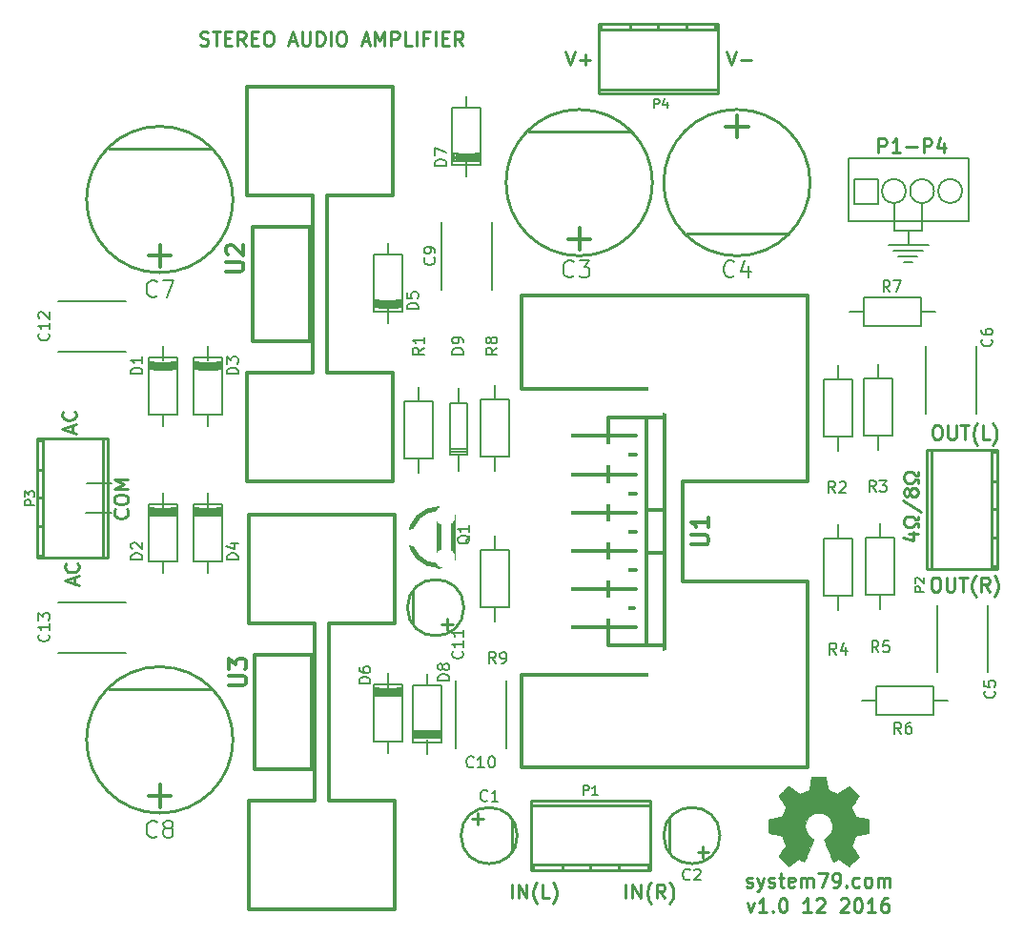
<source format=gto>
G04 #@! TF.FileFunction,Legend,Top*
%FSLAX46Y46*%
G04 Gerber Fmt 4.6, Leading zero omitted, Abs format (unit mm)*
G04 Created by KiCad (PCBNEW 4.0.2-stable) date 2016-12-17 4:16:28 PM*
%MOMM*%
G01*
G04 APERTURE LIST*
%ADD10C,0.200000*%
%ADD11C,0.250000*%
%ADD12C,0.150000*%
%ADD13C,0.350000*%
%ADD14C,0.304800*%
%ADD15C,0.800000*%
%ADD16C,0.254000*%
%ADD17C,0.010000*%
%ADD18C,0.381000*%
%ADD19C,0.152400*%
%ADD20R,1.440000X1.440000*%
%ADD21C,1.440000*%
%ADD22R,1.540000X1.540000*%
%ADD23C,1.540000*%
%ADD24C,2.038980*%
%ADD25O,2.539360X1.784980*%
%ADD26O,2.539360X1.787520*%
%ADD27C,4.040500*%
%ADD28R,2.038980X2.038980*%
%ADD29O,2.740020X1.840860*%
%ADD30C,4.612000*%
%ADD31O,2.038980X2.038980*%
%ADD32C,3.342000*%
%ADD33C,1.739260*%
%ADD34R,1.739260X1.739260*%
%ADD35C,1.790060*%
G04 APERTURE END LIST*
D10*
D11*
X170583334Y-83315476D02*
X170583334Y-82065476D01*
X171059525Y-82065476D01*
X171178572Y-82125000D01*
X171238096Y-82184524D01*
X171297620Y-82303571D01*
X171297620Y-82482143D01*
X171238096Y-82601190D01*
X171178572Y-82660714D01*
X171059525Y-82720238D01*
X170583334Y-82720238D01*
X172488096Y-83315476D02*
X171773810Y-83315476D01*
X172130953Y-83315476D02*
X172130953Y-82065476D01*
X172011905Y-82244048D01*
X171892858Y-82363095D01*
X171773810Y-82422619D01*
X173023810Y-82839286D02*
X173976191Y-82839286D01*
X174571429Y-83315476D02*
X174571429Y-82065476D01*
X175047620Y-82065476D01*
X175166667Y-82125000D01*
X175226191Y-82184524D01*
X175285715Y-82303571D01*
X175285715Y-82482143D01*
X175226191Y-82601190D01*
X175166667Y-82660714D01*
X175047620Y-82720238D01*
X174571429Y-82720238D01*
X176357143Y-82482143D02*
X176357143Y-83315476D01*
X176059524Y-82005952D02*
X175761905Y-82898810D01*
X176535715Y-82898810D01*
D10*
X171974000Y-90243600D02*
X174437800Y-90243600D01*
X100203000Y-115290600D02*
X102438200Y-115290600D01*
X100253800Y-112699800D02*
X102489000Y-112699800D01*
D11*
X103824429Y-115028142D02*
X103883952Y-115087666D01*
X103943476Y-115266237D01*
X103943476Y-115385285D01*
X103883952Y-115563857D01*
X103764905Y-115682904D01*
X103645857Y-115742428D01*
X103407762Y-115801952D01*
X103229190Y-115801952D01*
X102991095Y-115742428D01*
X102872048Y-115682904D01*
X102753000Y-115563857D01*
X102693476Y-115385285D01*
X102693476Y-115266237D01*
X102753000Y-115087666D01*
X102812524Y-115028142D01*
X102693476Y-114254333D02*
X102693476Y-114016237D01*
X102753000Y-113897190D01*
X102872048Y-113778142D01*
X103110143Y-113718618D01*
X103526810Y-113718618D01*
X103764905Y-113778142D01*
X103883952Y-113897190D01*
X103943476Y-114016237D01*
X103943476Y-114254333D01*
X103883952Y-114373380D01*
X103764905Y-114492428D01*
X103526810Y-114551952D01*
X103110143Y-114551952D01*
X102872048Y-114492428D01*
X102753000Y-114373380D01*
X102693476Y-114254333D01*
X103943476Y-113182904D02*
X102693476Y-113182904D01*
X103586333Y-112766237D01*
X102693476Y-112349571D01*
X103943476Y-112349571D01*
X110333333Y-73755952D02*
X110511905Y-73815476D01*
X110809524Y-73815476D01*
X110928571Y-73755952D01*
X110988095Y-73696429D01*
X111047619Y-73577381D01*
X111047619Y-73458333D01*
X110988095Y-73339286D01*
X110928571Y-73279762D01*
X110809524Y-73220238D01*
X110571428Y-73160714D01*
X110452381Y-73101190D01*
X110392857Y-73041667D01*
X110333333Y-72922619D01*
X110333333Y-72803571D01*
X110392857Y-72684524D01*
X110452381Y-72625000D01*
X110571428Y-72565476D01*
X110869048Y-72565476D01*
X111047619Y-72625000D01*
X111404762Y-72565476D02*
X112119047Y-72565476D01*
X111761904Y-73815476D02*
X111761904Y-72565476D01*
X112535714Y-73160714D02*
X112952381Y-73160714D01*
X113130952Y-73815476D02*
X112535714Y-73815476D01*
X112535714Y-72565476D01*
X113130952Y-72565476D01*
X114380952Y-73815476D02*
X113964285Y-73220238D01*
X113666666Y-73815476D02*
X113666666Y-72565476D01*
X114142857Y-72565476D01*
X114261904Y-72625000D01*
X114321428Y-72684524D01*
X114380952Y-72803571D01*
X114380952Y-72982143D01*
X114321428Y-73101190D01*
X114261904Y-73160714D01*
X114142857Y-73220238D01*
X113666666Y-73220238D01*
X114916666Y-73160714D02*
X115333333Y-73160714D01*
X115511904Y-73815476D02*
X114916666Y-73815476D01*
X114916666Y-72565476D01*
X115511904Y-72565476D01*
X116285713Y-72565476D02*
X116523809Y-72565476D01*
X116642856Y-72625000D01*
X116761904Y-72744048D01*
X116821428Y-72982143D01*
X116821428Y-73398810D01*
X116761904Y-73636905D01*
X116642856Y-73755952D01*
X116523809Y-73815476D01*
X116285713Y-73815476D01*
X116166666Y-73755952D01*
X116047618Y-73636905D01*
X115988094Y-73398810D01*
X115988094Y-72982143D01*
X116047618Y-72744048D01*
X116166666Y-72625000D01*
X116285713Y-72565476D01*
X118249999Y-73458333D02*
X118845237Y-73458333D01*
X118130952Y-73815476D02*
X118547618Y-72565476D01*
X118964285Y-73815476D01*
X119380952Y-72565476D02*
X119380952Y-73577381D01*
X119440476Y-73696429D01*
X119500000Y-73755952D01*
X119619047Y-73815476D01*
X119857143Y-73815476D01*
X119976190Y-73755952D01*
X120035714Y-73696429D01*
X120095238Y-73577381D01*
X120095238Y-72565476D01*
X120690476Y-73815476D02*
X120690476Y-72565476D01*
X120988095Y-72565476D01*
X121166667Y-72625000D01*
X121285714Y-72744048D01*
X121345238Y-72863095D01*
X121404762Y-73101190D01*
X121404762Y-73279762D01*
X121345238Y-73517857D01*
X121285714Y-73636905D01*
X121166667Y-73755952D01*
X120988095Y-73815476D01*
X120690476Y-73815476D01*
X121940476Y-73815476D02*
X121940476Y-72565476D01*
X122773809Y-72565476D02*
X123011905Y-72565476D01*
X123130952Y-72625000D01*
X123250000Y-72744048D01*
X123309524Y-72982143D01*
X123309524Y-73398810D01*
X123250000Y-73636905D01*
X123130952Y-73755952D01*
X123011905Y-73815476D01*
X122773809Y-73815476D01*
X122654762Y-73755952D01*
X122535714Y-73636905D01*
X122476190Y-73398810D01*
X122476190Y-72982143D01*
X122535714Y-72744048D01*
X122654762Y-72625000D01*
X122773809Y-72565476D01*
X124738095Y-73458333D02*
X125333333Y-73458333D01*
X124619048Y-73815476D02*
X125035714Y-72565476D01*
X125452381Y-73815476D01*
X125869048Y-73815476D02*
X125869048Y-72565476D01*
X126285715Y-73458333D01*
X126702381Y-72565476D01*
X126702381Y-73815476D01*
X127297619Y-73815476D02*
X127297619Y-72565476D01*
X127773810Y-72565476D01*
X127892857Y-72625000D01*
X127952381Y-72684524D01*
X128011905Y-72803571D01*
X128011905Y-72982143D01*
X127952381Y-73101190D01*
X127892857Y-73160714D01*
X127773810Y-73220238D01*
X127297619Y-73220238D01*
X129142857Y-73815476D02*
X128547619Y-73815476D01*
X128547619Y-72565476D01*
X129559524Y-73815476D02*
X129559524Y-72565476D01*
X130571429Y-73160714D02*
X130154762Y-73160714D01*
X130154762Y-73815476D02*
X130154762Y-72565476D01*
X130750000Y-72565476D01*
X131226191Y-73815476D02*
X131226191Y-72565476D01*
X131821429Y-73160714D02*
X132238096Y-73160714D01*
X132416667Y-73815476D02*
X131821429Y-73815476D01*
X131821429Y-72565476D01*
X132416667Y-72565476D01*
X133666667Y-73815476D02*
X133250000Y-73220238D01*
X132952381Y-73815476D02*
X132952381Y-72565476D01*
X133428572Y-72565476D01*
X133547619Y-72625000D01*
X133607143Y-72684524D01*
X133666667Y-72803571D01*
X133666667Y-72982143D01*
X133607143Y-73101190D01*
X133547619Y-73160714D01*
X133428572Y-73220238D01*
X132952381Y-73220238D01*
X158851190Y-148505952D02*
X158970238Y-148565476D01*
X159208333Y-148565476D01*
X159327381Y-148505952D01*
X159386905Y-148386905D01*
X159386905Y-148327381D01*
X159327381Y-148208333D01*
X159208333Y-148148810D01*
X159029762Y-148148810D01*
X158910714Y-148089286D01*
X158851190Y-147970238D01*
X158851190Y-147910714D01*
X158910714Y-147791667D01*
X159029762Y-147732143D01*
X159208333Y-147732143D01*
X159327381Y-147791667D01*
X159803571Y-147732143D02*
X160101190Y-148565476D01*
X160398810Y-147732143D02*
X160101190Y-148565476D01*
X159982143Y-148863095D01*
X159922619Y-148922619D01*
X159803571Y-148982143D01*
X160815476Y-148505952D02*
X160934524Y-148565476D01*
X161172619Y-148565476D01*
X161291667Y-148505952D01*
X161351191Y-148386905D01*
X161351191Y-148327381D01*
X161291667Y-148208333D01*
X161172619Y-148148810D01*
X160994048Y-148148810D01*
X160875000Y-148089286D01*
X160815476Y-147970238D01*
X160815476Y-147910714D01*
X160875000Y-147791667D01*
X160994048Y-147732143D01*
X161172619Y-147732143D01*
X161291667Y-147791667D01*
X161708334Y-147732143D02*
X162184524Y-147732143D01*
X161886905Y-147315476D02*
X161886905Y-148386905D01*
X161946429Y-148505952D01*
X162065476Y-148565476D01*
X162184524Y-148565476D01*
X163077382Y-148505952D02*
X162958334Y-148565476D01*
X162720239Y-148565476D01*
X162601191Y-148505952D01*
X162541667Y-148386905D01*
X162541667Y-147910714D01*
X162601191Y-147791667D01*
X162720239Y-147732143D01*
X162958334Y-147732143D01*
X163077382Y-147791667D01*
X163136905Y-147910714D01*
X163136905Y-148029762D01*
X162541667Y-148148810D01*
X163672620Y-148565476D02*
X163672620Y-147732143D01*
X163672620Y-147851190D02*
X163732144Y-147791667D01*
X163851191Y-147732143D01*
X164029763Y-147732143D01*
X164148811Y-147791667D01*
X164208334Y-147910714D01*
X164208334Y-148565476D01*
X164208334Y-147910714D02*
X164267858Y-147791667D01*
X164386906Y-147732143D01*
X164565477Y-147732143D01*
X164684525Y-147791667D01*
X164744049Y-147910714D01*
X164744049Y-148565476D01*
X165220239Y-147315476D02*
X166053573Y-147315476D01*
X165517858Y-148565476D01*
X166589287Y-148565476D02*
X166827382Y-148565476D01*
X166946430Y-148505952D01*
X167005954Y-148446429D01*
X167125001Y-148267857D01*
X167184525Y-148029762D01*
X167184525Y-147553571D01*
X167125001Y-147434524D01*
X167065477Y-147375000D01*
X166946430Y-147315476D01*
X166708334Y-147315476D01*
X166589287Y-147375000D01*
X166529763Y-147434524D01*
X166470239Y-147553571D01*
X166470239Y-147851190D01*
X166529763Y-147970238D01*
X166589287Y-148029762D01*
X166708334Y-148089286D01*
X166946430Y-148089286D01*
X167065477Y-148029762D01*
X167125001Y-147970238D01*
X167184525Y-147851190D01*
X167720239Y-148446429D02*
X167779763Y-148505952D01*
X167720239Y-148565476D01*
X167660715Y-148505952D01*
X167720239Y-148446429D01*
X167720239Y-148565476D01*
X168851191Y-148505952D02*
X168732144Y-148565476D01*
X168494048Y-148565476D01*
X168375001Y-148505952D01*
X168315477Y-148446429D01*
X168255953Y-148327381D01*
X168255953Y-147970238D01*
X168315477Y-147851190D01*
X168375001Y-147791667D01*
X168494048Y-147732143D01*
X168732144Y-147732143D01*
X168851191Y-147791667D01*
X169565477Y-148565476D02*
X169446430Y-148505952D01*
X169386906Y-148446429D01*
X169327382Y-148327381D01*
X169327382Y-147970238D01*
X169386906Y-147851190D01*
X169446430Y-147791667D01*
X169565477Y-147732143D01*
X169744049Y-147732143D01*
X169863097Y-147791667D01*
X169922620Y-147851190D01*
X169982144Y-147970238D01*
X169982144Y-148327381D01*
X169922620Y-148446429D01*
X169863097Y-148505952D01*
X169744049Y-148565476D01*
X169565477Y-148565476D01*
X170517858Y-148565476D02*
X170517858Y-147732143D01*
X170517858Y-147851190D02*
X170577382Y-147791667D01*
X170696429Y-147732143D01*
X170875001Y-147732143D01*
X170994049Y-147791667D01*
X171053572Y-147910714D01*
X171053572Y-148565476D01*
X171053572Y-147910714D02*
X171113096Y-147791667D01*
X171232144Y-147732143D01*
X171410715Y-147732143D01*
X171529763Y-147791667D01*
X171589287Y-147910714D01*
X171589287Y-148565476D01*
X158940477Y-149982143D02*
X159238096Y-150815476D01*
X159535716Y-149982143D01*
X160666668Y-150815476D02*
X159952382Y-150815476D01*
X160309525Y-150815476D02*
X160309525Y-149565476D01*
X160190477Y-149744048D01*
X160071430Y-149863095D01*
X159952382Y-149922619D01*
X161202382Y-150696429D02*
X161261906Y-150755952D01*
X161202382Y-150815476D01*
X161142858Y-150755952D01*
X161202382Y-150696429D01*
X161202382Y-150815476D01*
X162035715Y-149565476D02*
X162154763Y-149565476D01*
X162273811Y-149625000D01*
X162333334Y-149684524D01*
X162392858Y-149803571D01*
X162452382Y-150041667D01*
X162452382Y-150339286D01*
X162392858Y-150577381D01*
X162333334Y-150696429D01*
X162273811Y-150755952D01*
X162154763Y-150815476D01*
X162035715Y-150815476D01*
X161916668Y-150755952D01*
X161857144Y-150696429D01*
X161797620Y-150577381D01*
X161738096Y-150339286D01*
X161738096Y-150041667D01*
X161797620Y-149803571D01*
X161857144Y-149684524D01*
X161916668Y-149625000D01*
X162035715Y-149565476D01*
X164595239Y-150815476D02*
X163880953Y-150815476D01*
X164238096Y-150815476D02*
X164238096Y-149565476D01*
X164119048Y-149744048D01*
X164000001Y-149863095D01*
X163880953Y-149922619D01*
X165071429Y-149684524D02*
X165130953Y-149625000D01*
X165250001Y-149565476D01*
X165547620Y-149565476D01*
X165666667Y-149625000D01*
X165726191Y-149684524D01*
X165785715Y-149803571D01*
X165785715Y-149922619D01*
X165726191Y-150101190D01*
X165011905Y-150815476D01*
X165785715Y-150815476D01*
X167214286Y-149684524D02*
X167273810Y-149625000D01*
X167392858Y-149565476D01*
X167690477Y-149565476D01*
X167809524Y-149625000D01*
X167869048Y-149684524D01*
X167928572Y-149803571D01*
X167928572Y-149922619D01*
X167869048Y-150101190D01*
X167154762Y-150815476D01*
X167928572Y-150815476D01*
X168702381Y-149565476D02*
X168821429Y-149565476D01*
X168940477Y-149625000D01*
X169000000Y-149684524D01*
X169059524Y-149803571D01*
X169119048Y-150041667D01*
X169119048Y-150339286D01*
X169059524Y-150577381D01*
X169000000Y-150696429D01*
X168940477Y-150755952D01*
X168821429Y-150815476D01*
X168702381Y-150815476D01*
X168583334Y-150755952D01*
X168523810Y-150696429D01*
X168464286Y-150577381D01*
X168404762Y-150339286D01*
X168404762Y-150041667D01*
X168464286Y-149803571D01*
X168523810Y-149684524D01*
X168583334Y-149625000D01*
X168702381Y-149565476D01*
X170309524Y-150815476D02*
X169595238Y-150815476D01*
X169952381Y-150815476D02*
X169952381Y-149565476D01*
X169833333Y-149744048D01*
X169714286Y-149863095D01*
X169595238Y-149922619D01*
X171380952Y-149565476D02*
X171142857Y-149565476D01*
X171023809Y-149625000D01*
X170964286Y-149684524D01*
X170845238Y-149863095D01*
X170785714Y-150101190D01*
X170785714Y-150577381D01*
X170845238Y-150696429D01*
X170904762Y-150755952D01*
X171023809Y-150815476D01*
X171261905Y-150815476D01*
X171380952Y-150755952D01*
X171440476Y-150696429D01*
X171500000Y-150577381D01*
X171500000Y-150279762D01*
X171440476Y-150160714D01*
X171380952Y-150101190D01*
X171261905Y-150041667D01*
X171023809Y-150041667D01*
X170904762Y-150101190D01*
X170845238Y-150160714D01*
X170785714Y-150279762D01*
X173232143Y-117190476D02*
X174065476Y-117190476D01*
X172755952Y-117488095D02*
X173648810Y-117785714D01*
X173648810Y-117011904D01*
X174065476Y-116595238D02*
X174065476Y-116297619D01*
X173827381Y-116297619D01*
X173767857Y-116416666D01*
X173648810Y-116535714D01*
X173470238Y-116595238D01*
X173172619Y-116595238D01*
X172994048Y-116535714D01*
X172875000Y-116416666D01*
X172815476Y-116238095D01*
X172815476Y-116000000D01*
X172875000Y-115821428D01*
X172994048Y-115702381D01*
X173172619Y-115642857D01*
X173470238Y-115642857D01*
X173648810Y-115702381D01*
X173767857Y-115821428D01*
X173827381Y-115940476D01*
X174065476Y-115940476D01*
X174065476Y-115642857D01*
X172755952Y-114214286D02*
X174363095Y-115285714D01*
X173351190Y-113619048D02*
X173291667Y-113738095D01*
X173232143Y-113797619D01*
X173113095Y-113857143D01*
X173053571Y-113857143D01*
X172934524Y-113797619D01*
X172875000Y-113738095D01*
X172815476Y-113619048D01*
X172815476Y-113380952D01*
X172875000Y-113261905D01*
X172934524Y-113202381D01*
X173053571Y-113142857D01*
X173113095Y-113142857D01*
X173232143Y-113202381D01*
X173291667Y-113261905D01*
X173351190Y-113380952D01*
X173351190Y-113619048D01*
X173410714Y-113738095D01*
X173470238Y-113797619D01*
X173589286Y-113857143D01*
X173827381Y-113857143D01*
X173946429Y-113797619D01*
X174005952Y-113738095D01*
X174065476Y-113619048D01*
X174065476Y-113380952D01*
X174005952Y-113261905D01*
X173946429Y-113202381D01*
X173827381Y-113142857D01*
X173589286Y-113142857D01*
X173470238Y-113202381D01*
X173410714Y-113261905D01*
X173351190Y-113380952D01*
X174065476Y-112666667D02*
X174065476Y-112369048D01*
X173827381Y-112369048D01*
X173767857Y-112488095D01*
X173648810Y-112607143D01*
X173470238Y-112666667D01*
X173172619Y-112666667D01*
X172994048Y-112607143D01*
X172875000Y-112488095D01*
X172815476Y-112309524D01*
X172815476Y-112071429D01*
X172875000Y-111892857D01*
X172994048Y-111773810D01*
X173172619Y-111714286D01*
X173470238Y-111714286D01*
X173648810Y-111773810D01*
X173767857Y-111892857D01*
X173827381Y-112011905D01*
X174065476Y-112011905D01*
X174065476Y-111714286D01*
D10*
X172837600Y-93037600D02*
X173599600Y-93037600D01*
X172355000Y-92555000D02*
X174006000Y-92555000D01*
X171872400Y-92047000D02*
X174539400Y-92047000D01*
X174996600Y-91539000D02*
X171440600Y-91539000D01*
X173218600Y-90269000D02*
X173218600Y-91539000D01*
X174450500Y-87856000D02*
X174450500Y-90243633D01*
X171974000Y-87856000D02*
X171974000Y-90243735D01*
X178578000Y-89380000D02*
X178578000Y-89126000D01*
X167910000Y-89380000D02*
X178578000Y-89380000D01*
X178578000Y-83792000D02*
X178578000Y-89380000D01*
X167910000Y-83792000D02*
X178578000Y-83792000D01*
X167910000Y-83792000D02*
X167910000Y-89380000D01*
X168418000Y-85697000D02*
X170577000Y-85697000D01*
X168418000Y-87856000D02*
X168418000Y-85697000D01*
X170577000Y-87856000D02*
X168418000Y-87856000D01*
X170577000Y-85697000D02*
X170577000Y-87856000D01*
X178000000Y-86750000D02*
G75*
G03X178000000Y-86750000I-1060660J0D01*
G01*
X175500000Y-86750000D02*
G75*
G03X175500000Y-86750000I-1060660J0D01*
G01*
X173000000Y-86750000D02*
G75*
G03X173000000Y-86750000I-1060660J0D01*
G01*
D11*
X99208333Y-121672619D02*
X99208333Y-121077381D01*
X99565476Y-121791666D02*
X98315476Y-121375000D01*
X99565476Y-120958333D01*
X99446429Y-119827380D02*
X99505952Y-119886904D01*
X99565476Y-120065475D01*
X99565476Y-120184523D01*
X99505952Y-120363095D01*
X99386905Y-120482142D01*
X99267857Y-120541666D01*
X99029762Y-120601190D01*
X98851190Y-120601190D01*
X98613095Y-120541666D01*
X98494048Y-120482142D01*
X98375000Y-120363095D01*
X98315476Y-120184523D01*
X98315476Y-120065475D01*
X98375000Y-119886904D01*
X98434524Y-119827380D01*
X98958333Y-108172619D02*
X98958333Y-107577381D01*
X99315476Y-108291666D02*
X98065476Y-107875000D01*
X99315476Y-107458333D01*
X99196429Y-106327380D02*
X99255952Y-106386904D01*
X99315476Y-106565475D01*
X99315476Y-106684523D01*
X99255952Y-106863095D01*
X99136905Y-106982142D01*
X99017857Y-107041666D01*
X98779762Y-107101190D01*
X98601190Y-107101190D01*
X98363095Y-107041666D01*
X98244048Y-106982142D01*
X98125000Y-106863095D01*
X98065476Y-106684523D01*
X98065476Y-106565475D01*
X98125000Y-106386904D01*
X98184524Y-106327380D01*
X142809524Y-74315476D02*
X143226190Y-75565476D01*
X143642857Y-74315476D01*
X144059524Y-75089286D02*
X145011905Y-75089286D01*
X144535715Y-75565476D02*
X144535715Y-74613095D01*
X157059524Y-74315476D02*
X157476190Y-75565476D01*
X157892857Y-74315476D01*
X158309524Y-75089286D02*
X159261905Y-75089286D01*
X175541667Y-121065476D02*
X175779763Y-121065476D01*
X175898810Y-121125000D01*
X176017858Y-121244048D01*
X176077382Y-121482143D01*
X176077382Y-121898810D01*
X176017858Y-122136905D01*
X175898810Y-122255952D01*
X175779763Y-122315476D01*
X175541667Y-122315476D01*
X175422620Y-122255952D01*
X175303572Y-122136905D01*
X175244048Y-121898810D01*
X175244048Y-121482143D01*
X175303572Y-121244048D01*
X175422620Y-121125000D01*
X175541667Y-121065476D01*
X176613096Y-121065476D02*
X176613096Y-122077381D01*
X176672620Y-122196429D01*
X176732144Y-122255952D01*
X176851191Y-122315476D01*
X177089287Y-122315476D01*
X177208334Y-122255952D01*
X177267858Y-122196429D01*
X177327382Y-122077381D01*
X177327382Y-121065476D01*
X177744049Y-121065476D02*
X178458334Y-121065476D01*
X178101191Y-122315476D02*
X178101191Y-121065476D01*
X179232144Y-122791667D02*
X179172620Y-122732143D01*
X179053572Y-122553571D01*
X178994049Y-122434524D01*
X178934525Y-122255952D01*
X178875001Y-121958333D01*
X178875001Y-121720238D01*
X178934525Y-121422619D01*
X178994049Y-121244048D01*
X179053572Y-121125000D01*
X179172620Y-120946429D01*
X179232144Y-120886905D01*
X180422620Y-122315476D02*
X180005953Y-121720238D01*
X179708334Y-122315476D02*
X179708334Y-121065476D01*
X180184525Y-121065476D01*
X180303572Y-121125000D01*
X180363096Y-121184524D01*
X180422620Y-121303571D01*
X180422620Y-121482143D01*
X180363096Y-121601190D01*
X180303572Y-121660714D01*
X180184525Y-121720238D01*
X179708334Y-121720238D01*
X180839286Y-122791667D02*
X180898810Y-122732143D01*
X181017858Y-122553571D01*
X181077382Y-122434524D01*
X181136905Y-122255952D01*
X181196429Y-121958333D01*
X181196429Y-121720238D01*
X181136905Y-121422619D01*
X181077382Y-121244048D01*
X181017858Y-121125000D01*
X180898810Y-120946429D01*
X180839286Y-120886905D01*
X175660714Y-107565476D02*
X175898810Y-107565476D01*
X176017857Y-107625000D01*
X176136905Y-107744048D01*
X176196429Y-107982143D01*
X176196429Y-108398810D01*
X176136905Y-108636905D01*
X176017857Y-108755952D01*
X175898810Y-108815476D01*
X175660714Y-108815476D01*
X175541667Y-108755952D01*
X175422619Y-108636905D01*
X175363095Y-108398810D01*
X175363095Y-107982143D01*
X175422619Y-107744048D01*
X175541667Y-107625000D01*
X175660714Y-107565476D01*
X176732143Y-107565476D02*
X176732143Y-108577381D01*
X176791667Y-108696429D01*
X176851191Y-108755952D01*
X176970238Y-108815476D01*
X177208334Y-108815476D01*
X177327381Y-108755952D01*
X177386905Y-108696429D01*
X177446429Y-108577381D01*
X177446429Y-107565476D01*
X177863096Y-107565476D02*
X178577381Y-107565476D01*
X178220238Y-108815476D02*
X178220238Y-107565476D01*
X179351191Y-109291667D02*
X179291667Y-109232143D01*
X179172619Y-109053571D01*
X179113096Y-108934524D01*
X179053572Y-108755952D01*
X178994048Y-108458333D01*
X178994048Y-108220238D01*
X179053572Y-107922619D01*
X179113096Y-107744048D01*
X179172619Y-107625000D01*
X179291667Y-107446429D01*
X179351191Y-107386905D01*
X180422619Y-108815476D02*
X179827381Y-108815476D01*
X179827381Y-107565476D01*
X180720238Y-109291667D02*
X180779762Y-109232143D01*
X180898810Y-109053571D01*
X180958334Y-108934524D01*
X181017857Y-108755952D01*
X181077381Y-108458333D01*
X181077381Y-108220238D01*
X181017857Y-107922619D01*
X180958334Y-107744048D01*
X180898810Y-107625000D01*
X180779762Y-107446429D01*
X180720238Y-107386905D01*
X148136905Y-149565476D02*
X148136905Y-148315476D01*
X148732143Y-149565476D02*
X148732143Y-148315476D01*
X149446429Y-149565476D01*
X149446429Y-148315476D01*
X150398810Y-150041667D02*
X150339286Y-149982143D01*
X150220238Y-149803571D01*
X150160715Y-149684524D01*
X150101191Y-149505952D01*
X150041667Y-149208333D01*
X150041667Y-148970238D01*
X150101191Y-148672619D01*
X150160715Y-148494048D01*
X150220238Y-148375000D01*
X150339286Y-148196429D01*
X150398810Y-148136905D01*
X151589286Y-149565476D02*
X151172619Y-148970238D01*
X150875000Y-149565476D02*
X150875000Y-148315476D01*
X151351191Y-148315476D01*
X151470238Y-148375000D01*
X151529762Y-148434524D01*
X151589286Y-148553571D01*
X151589286Y-148732143D01*
X151529762Y-148851190D01*
X151470238Y-148910714D01*
X151351191Y-148970238D01*
X150875000Y-148970238D01*
X152005952Y-150041667D02*
X152065476Y-149982143D01*
X152184524Y-149803571D01*
X152244048Y-149684524D01*
X152303571Y-149505952D01*
X152363095Y-149208333D01*
X152363095Y-148970238D01*
X152303571Y-148672619D01*
X152244048Y-148494048D01*
X152184524Y-148375000D01*
X152065476Y-148196429D01*
X152005952Y-148136905D01*
X138005953Y-149565476D02*
X138005953Y-148315476D01*
X138601191Y-149565476D02*
X138601191Y-148315476D01*
X139315477Y-149565476D01*
X139315477Y-148315476D01*
X140267858Y-150041667D02*
X140208334Y-149982143D01*
X140089286Y-149803571D01*
X140029763Y-149684524D01*
X139970239Y-149505952D01*
X139910715Y-149208333D01*
X139910715Y-148970238D01*
X139970239Y-148672619D01*
X140029763Y-148494048D01*
X140089286Y-148375000D01*
X140208334Y-148196429D01*
X140267858Y-148136905D01*
X141339286Y-149565476D02*
X140744048Y-149565476D01*
X140744048Y-148315476D01*
X141636905Y-150041667D02*
X141696429Y-149982143D01*
X141815477Y-149803571D01*
X141875001Y-149684524D01*
X141934524Y-149505952D01*
X141994048Y-149208333D01*
X141994048Y-148970238D01*
X141934524Y-148672619D01*
X141875001Y-148494048D01*
X141815477Y-148375000D01*
X141696429Y-148196429D01*
X141636905Y-148136905D01*
D12*
X133000000Y-136250000D02*
X133000000Y-130250000D01*
X137500000Y-130250000D02*
X137500000Y-136250000D01*
D11*
X135500000Y-142500000D02*
X134500000Y-142500000D01*
X135000000Y-142000000D02*
X135000000Y-143000000D01*
X138000000Y-142500000D02*
X138000000Y-145500000D01*
X138500000Y-144000000D02*
G75*
G03X138500000Y-144000000I-2500000J0D01*
G01*
X154500000Y-145500000D02*
X155500000Y-145500000D01*
X155000000Y-146000000D02*
X155000000Y-145000000D01*
X152000000Y-145500000D02*
X152000000Y-142500000D01*
X156500000Y-144000000D02*
G75*
G03X156500000Y-144000000I-2500000J0D01*
G01*
D13*
X144000000Y-90000000D02*
X144000000Y-92000000D01*
X143000000Y-91000000D02*
X145000000Y-91000000D01*
D11*
X139500000Y-81500000D02*
X148500000Y-81500000D01*
X150500000Y-86000000D02*
G75*
G03X150500000Y-86000000I-6500000J0D01*
G01*
D13*
X158000000Y-82000000D02*
X158000000Y-80000000D01*
X159000000Y-81000000D02*
X157000000Y-81000000D01*
D11*
X162500000Y-90500000D02*
X153500000Y-90500000D01*
X164500000Y-86000000D02*
G75*
G03X164500000Y-86000000I-6500000J0D01*
G01*
D12*
X175750000Y-129500000D02*
X175750000Y-123500000D01*
X180250000Y-123500000D02*
X180250000Y-129500000D01*
X179250000Y-100500000D02*
X179250000Y-106500000D01*
X174750000Y-106500000D02*
X174750000Y-100500000D01*
D13*
X106750000Y-91500000D02*
X106750000Y-93500000D01*
X105750000Y-92500000D02*
X107750000Y-92500000D01*
D11*
X102250000Y-83000000D02*
X111250000Y-83000000D01*
X113250000Y-87500000D02*
G75*
G03X113250000Y-87500000I-6500000J0D01*
G01*
D13*
X106750000Y-139500000D02*
X106750000Y-141500000D01*
X105750000Y-140500000D02*
X107750000Y-140500000D01*
D11*
X102250000Y-131000000D02*
X111250000Y-131000000D01*
X113250000Y-135500000D02*
G75*
G03X113250000Y-135500000I-6500000J0D01*
G01*
D12*
X136250000Y-89500000D02*
X136250000Y-95500000D01*
X131750000Y-95500000D02*
X131750000Y-89500000D01*
X128480000Y-110460000D02*
X128480000Y-105380000D01*
X128480000Y-105380000D02*
X131020000Y-105380000D01*
X131020000Y-105380000D02*
X131020000Y-110460000D01*
X131020000Y-110460000D02*
X128480000Y-110460000D01*
X129750000Y-110460000D02*
X129750000Y-111730000D01*
X129750000Y-105380000D02*
X129750000Y-104110000D01*
X168270000Y-103440000D02*
X168270000Y-108520000D01*
X168270000Y-108520000D02*
X165730000Y-108520000D01*
X165730000Y-108520000D02*
X165730000Y-103440000D01*
X165730000Y-103440000D02*
X168270000Y-103440000D01*
X167000000Y-103440000D02*
X167000000Y-102170000D01*
X167000000Y-108520000D02*
X167000000Y-109790000D01*
X169230000Y-108460000D02*
X169230000Y-103380000D01*
X169230000Y-103380000D02*
X171770000Y-103380000D01*
X171770000Y-103380000D02*
X171770000Y-108460000D01*
X171770000Y-108460000D02*
X169230000Y-108460000D01*
X170500000Y-108460000D02*
X170500000Y-109730000D01*
X170500000Y-103380000D02*
X170500000Y-102110000D01*
X165730000Y-122660000D02*
X165730000Y-117580000D01*
X165730000Y-117580000D02*
X168270000Y-117580000D01*
X168270000Y-117580000D02*
X168270000Y-122660000D01*
X168270000Y-122660000D02*
X165730000Y-122660000D01*
X167000000Y-122660000D02*
X167000000Y-123930000D01*
X167000000Y-117580000D02*
X167000000Y-116310000D01*
X172020000Y-117540000D02*
X172020000Y-122620000D01*
X172020000Y-122620000D02*
X169480000Y-122620000D01*
X169480000Y-122620000D02*
X169480000Y-117540000D01*
X169480000Y-117540000D02*
X172020000Y-117540000D01*
X170750000Y-117540000D02*
X170750000Y-116270000D01*
X170750000Y-122620000D02*
X170750000Y-123890000D01*
X175460000Y-133270000D02*
X170380000Y-133270000D01*
X170380000Y-133270000D02*
X170380000Y-130730000D01*
X170380000Y-130730000D02*
X175460000Y-130730000D01*
X175460000Y-130730000D02*
X175460000Y-133270000D01*
X175460000Y-132000000D02*
X176730000Y-132000000D01*
X170380000Y-132000000D02*
X169110000Y-132000000D01*
X169290000Y-96230000D02*
X174370000Y-96230000D01*
X174370000Y-96230000D02*
X174370000Y-98770000D01*
X174370000Y-98770000D02*
X169290000Y-98770000D01*
X169290000Y-98770000D02*
X169290000Y-96230000D01*
X169290000Y-97500000D02*
X168020000Y-97500000D01*
X174370000Y-97500000D02*
X175640000Y-97500000D01*
D14*
X127406000Y-112526000D02*
X127406000Y-102874000D01*
X127406000Y-87126000D02*
X127406000Y-77474000D01*
X121564000Y-102874000D02*
X121564000Y-87126000D01*
X127406000Y-87126000D02*
X121564000Y-87126000D01*
X127406000Y-102874000D02*
X121564000Y-102874000D01*
X120294000Y-87126000D02*
X114452000Y-87126000D01*
X114452000Y-102874000D02*
X120294000Y-102874000D01*
X120294000Y-87126000D02*
X120294000Y-102874000D01*
X114452000Y-102874000D02*
X114452000Y-112526000D01*
X114452000Y-77474000D02*
X114452000Y-87126000D01*
X127406000Y-112526000D02*
X114452000Y-112526000D01*
X127406000Y-77474000D02*
X114452000Y-77474000D01*
X118770000Y-89920000D02*
X114960000Y-89920000D01*
X114960000Y-89920000D02*
X114960000Y-100080000D01*
X114960000Y-100080000D02*
X120040000Y-100080000D01*
X120040000Y-100080000D02*
X120040000Y-89920000D01*
X120040000Y-89920000D02*
X118770000Y-89920000D01*
X127656000Y-150526000D02*
X127656000Y-140874000D01*
X127656000Y-125126000D02*
X127656000Y-115474000D01*
X121814000Y-140874000D02*
X121814000Y-125126000D01*
X127656000Y-125126000D02*
X121814000Y-125126000D01*
X127656000Y-140874000D02*
X121814000Y-140874000D01*
X120544000Y-125126000D02*
X114702000Y-125126000D01*
X114702000Y-140874000D02*
X120544000Y-140874000D01*
X120544000Y-125126000D02*
X120544000Y-140874000D01*
X114702000Y-140874000D02*
X114702000Y-150526000D01*
X114702000Y-115474000D02*
X114702000Y-125126000D01*
X127656000Y-150526000D02*
X114702000Y-150526000D01*
X127656000Y-115474000D02*
X114702000Y-115474000D01*
X119020000Y-127920000D02*
X115210000Y-127920000D01*
X115210000Y-127920000D02*
X115210000Y-138080000D01*
X115210000Y-138080000D02*
X120290000Y-138080000D01*
X120290000Y-138080000D02*
X120290000Y-127920000D01*
X120290000Y-127920000D02*
X119020000Y-127920000D01*
D12*
X129400000Y-135300000D02*
X129400000Y-134700000D01*
X129300000Y-135325000D02*
X129300000Y-134700000D01*
X129750000Y-134675000D02*
X129275000Y-134675000D01*
X129750000Y-135325000D02*
X129275000Y-135325000D01*
X131675000Y-135300000D02*
X131675000Y-134725000D01*
X131575000Y-135275000D02*
X131575000Y-134775000D01*
X131225000Y-134675000D02*
X131750000Y-134675000D01*
X131225000Y-135325000D02*
X131700000Y-135325000D01*
D15*
X129750000Y-135000000D02*
X131250000Y-135000000D01*
D12*
X130497460Y-130630000D02*
X130497460Y-129614000D01*
X130497460Y-135456000D02*
X130497460Y-136726000D01*
X131767460Y-135710000D02*
X129227460Y-135710000D01*
X129227460Y-135710000D02*
X129227460Y-130630000D01*
X129227460Y-130630000D02*
X131767460Y-130630000D01*
X131767460Y-130630000D02*
X131767460Y-135710000D01*
X132900000Y-84050000D02*
X132900000Y-83450000D01*
X132800000Y-84075000D02*
X132800000Y-83450000D01*
X133250000Y-83425000D02*
X132775000Y-83425000D01*
X133250000Y-84075000D02*
X132775000Y-84075000D01*
X135175000Y-84050000D02*
X135175000Y-83475000D01*
X135075000Y-84025000D02*
X135075000Y-83525000D01*
X134725000Y-83425000D02*
X135250000Y-83425000D01*
X134725000Y-84075000D02*
X135200000Y-84075000D01*
D15*
X133250000Y-83750000D02*
X134750000Y-83750000D01*
D12*
X133997460Y-79380000D02*
X133997460Y-78364000D01*
X133997460Y-84206000D02*
X133997460Y-85476000D01*
X135267460Y-84460000D02*
X132727460Y-84460000D01*
X132727460Y-84460000D02*
X132727460Y-79380000D01*
X132727460Y-79380000D02*
X135267460Y-79380000D01*
X135267460Y-79380000D02*
X135267460Y-84460000D01*
X128100000Y-130950000D02*
X128100000Y-131550000D01*
X128200000Y-130925000D02*
X128200000Y-131550000D01*
X127750000Y-131575000D02*
X128225000Y-131575000D01*
X127750000Y-130925000D02*
X128225000Y-130925000D01*
X125825000Y-130950000D02*
X125825000Y-131525000D01*
X125925000Y-130975000D02*
X125925000Y-131475000D01*
X126275000Y-131575000D02*
X125750000Y-131575000D01*
X126275000Y-130925000D02*
X125800000Y-130925000D01*
D15*
X127750000Y-131250000D02*
X126250000Y-131250000D01*
D12*
X127002540Y-135620000D02*
X127002540Y-136636000D01*
X127002540Y-130794000D02*
X127002540Y-129524000D01*
X125732540Y-130540000D02*
X128272540Y-130540000D01*
X128272540Y-130540000D02*
X128272540Y-135620000D01*
X128272540Y-135620000D02*
X125732540Y-135620000D01*
X125732540Y-135620000D02*
X125732540Y-130540000D01*
X125900000Y-97050000D02*
X125900000Y-96450000D01*
X125800000Y-97075000D02*
X125800000Y-96450000D01*
X126250000Y-96425000D02*
X125775000Y-96425000D01*
X126250000Y-97075000D02*
X125775000Y-97075000D01*
X128175000Y-97050000D02*
X128175000Y-96475000D01*
X128075000Y-97025000D02*
X128075000Y-96525000D01*
X127725000Y-96425000D02*
X128250000Y-96425000D01*
X127725000Y-97075000D02*
X128200000Y-97075000D01*
D15*
X126250000Y-96750000D02*
X127750000Y-96750000D01*
D12*
X126997460Y-92380000D02*
X126997460Y-91364000D01*
X126997460Y-97206000D02*
X126997460Y-98476000D01*
X128267460Y-97460000D02*
X125727460Y-97460000D01*
X125727460Y-97460000D02*
X125727460Y-92380000D01*
X125727460Y-92380000D02*
X128267460Y-92380000D01*
X128267460Y-92380000D02*
X128267460Y-97460000D01*
X112100000Y-114950000D02*
X112100000Y-115550000D01*
X112200000Y-114925000D02*
X112200000Y-115550000D01*
X111750000Y-115575000D02*
X112225000Y-115575000D01*
X111750000Y-114925000D02*
X112225000Y-114925000D01*
X109825000Y-114950000D02*
X109825000Y-115525000D01*
X109925000Y-114975000D02*
X109925000Y-115475000D01*
X110275000Y-115575000D02*
X109750000Y-115575000D01*
X110275000Y-114925000D02*
X109800000Y-114925000D01*
D15*
X111750000Y-115250000D02*
X110250000Y-115250000D01*
D12*
X111002540Y-119620000D02*
X111002540Y-120636000D01*
X111002540Y-114794000D02*
X111002540Y-113524000D01*
X109732540Y-114540000D02*
X112272540Y-114540000D01*
X112272540Y-114540000D02*
X112272540Y-119620000D01*
X112272540Y-119620000D02*
X109732540Y-119620000D01*
X109732540Y-119620000D02*
X109732540Y-114540000D01*
X112100000Y-101950000D02*
X112100000Y-102550000D01*
X112200000Y-101925000D02*
X112200000Y-102550000D01*
X111750000Y-102575000D02*
X112225000Y-102575000D01*
X111750000Y-101925000D02*
X112225000Y-101925000D01*
X109825000Y-101950000D02*
X109825000Y-102525000D01*
X109925000Y-101975000D02*
X109925000Y-102475000D01*
X110275000Y-102575000D02*
X109750000Y-102575000D01*
X110275000Y-101925000D02*
X109800000Y-101925000D01*
D15*
X111750000Y-102250000D02*
X110250000Y-102250000D01*
D12*
X111002540Y-106620000D02*
X111002540Y-107636000D01*
X111002540Y-101794000D02*
X111002540Y-100524000D01*
X109732540Y-101540000D02*
X112272540Y-101540000D01*
X112272540Y-101540000D02*
X112272540Y-106620000D01*
X112272540Y-106620000D02*
X109732540Y-106620000D01*
X109732540Y-106620000D02*
X109732540Y-101540000D01*
X108100000Y-114950000D02*
X108100000Y-115550000D01*
X108200000Y-114925000D02*
X108200000Y-115550000D01*
X107750000Y-115575000D02*
X108225000Y-115575000D01*
X107750000Y-114925000D02*
X108225000Y-114925000D01*
X105825000Y-114950000D02*
X105825000Y-115525000D01*
X105925000Y-114975000D02*
X105925000Y-115475000D01*
X106275000Y-115575000D02*
X105750000Y-115575000D01*
X106275000Y-114925000D02*
X105800000Y-114925000D01*
D15*
X107750000Y-115250000D02*
X106250000Y-115250000D01*
D12*
X107002540Y-119620000D02*
X107002540Y-120636000D01*
X107002540Y-114794000D02*
X107002540Y-113524000D01*
X105732540Y-114540000D02*
X108272540Y-114540000D01*
X108272540Y-114540000D02*
X108272540Y-119620000D01*
X108272540Y-119620000D02*
X105732540Y-119620000D01*
X105732540Y-119620000D02*
X105732540Y-114540000D01*
X108100000Y-101950000D02*
X108100000Y-102550000D01*
X108200000Y-101925000D02*
X108200000Y-102550000D01*
X107750000Y-102575000D02*
X108225000Y-102575000D01*
X107750000Y-101925000D02*
X108225000Y-101925000D01*
X105825000Y-101950000D02*
X105825000Y-102525000D01*
X105925000Y-101975000D02*
X105925000Y-102475000D01*
X106275000Y-102575000D02*
X105750000Y-102575000D01*
X106275000Y-101925000D02*
X105800000Y-101925000D01*
D15*
X107750000Y-102250000D02*
X106250000Y-102250000D01*
D12*
X107002540Y-106620000D02*
X107002540Y-107636000D01*
X107002540Y-101794000D02*
X107002540Y-100524000D01*
X105732540Y-101540000D02*
X108272540Y-101540000D01*
X108272540Y-101540000D02*
X108272540Y-106620000D01*
X108272540Y-106620000D02*
X105732540Y-106620000D01*
X105732540Y-106620000D02*
X105732540Y-101540000D01*
D14*
X153174740Y-121445000D02*
X164299940Y-121445000D01*
X164299940Y-137955000D02*
X164299940Y-121445000D01*
X138872000Y-129700000D02*
X138872000Y-137955000D01*
X151599940Y-129700000D02*
X138899940Y-129700000D01*
X151599940Y-127099040D02*
X146601220Y-127099040D01*
X151599940Y-106900960D02*
X146601220Y-106900960D01*
X147000000Y-110200420D02*
X148998980Y-110200420D01*
X147000000Y-113598940D02*
X148998980Y-113598940D01*
X147000000Y-117000000D02*
X148998980Y-117000000D01*
X147000000Y-120401060D02*
X148998980Y-120401060D01*
X147000000Y-123799580D02*
X148899920Y-123799580D01*
X141899680Y-125498840D02*
X148998980Y-125498840D01*
X141899680Y-122100320D02*
X148998980Y-122100320D01*
X141899680Y-118699260D02*
X148998980Y-118699260D01*
X141899680Y-115300740D02*
X148998980Y-115300740D01*
X141899680Y-111899680D02*
X148998980Y-111899680D01*
X141899680Y-108501160D02*
X148998980Y-108501160D01*
X151500880Y-118899920D02*
X149999740Y-118899920D01*
X149997200Y-115100080D02*
X151498340Y-115100080D01*
X149999740Y-127099040D02*
X149999740Y-106900960D01*
X151599940Y-129700000D02*
X151599940Y-104300000D01*
X146598680Y-106900960D02*
X146598680Y-127099040D01*
X153174740Y-121445000D02*
X153174740Y-112555000D01*
X164299940Y-137955000D02*
X138899940Y-137955000D01*
X151599940Y-104300000D02*
X138899940Y-104300000D01*
X153174740Y-112555000D02*
X164299940Y-112555000D01*
X164299940Y-112555000D02*
X164299940Y-96045000D01*
X164299940Y-96045000D02*
X138899940Y-96045000D01*
X138899940Y-96045000D02*
X138899940Y-104300000D01*
D16*
X150300980Y-140901200D02*
X139699020Y-140901200D01*
X139699020Y-141299980D02*
X150300980Y-141299980D01*
X139699020Y-146600960D02*
X150300980Y-146600960D01*
X150300980Y-147098800D02*
X139699020Y-147098800D01*
X147496820Y-146600960D02*
X147496820Y-147098800D01*
X145000000Y-146600960D02*
X145000000Y-147098800D01*
X139902220Y-147098800D02*
X139902220Y-146600960D01*
X150100320Y-146600960D02*
X150100320Y-147098800D01*
X142503180Y-147098800D02*
X142503180Y-146600960D01*
X150298440Y-147098800D02*
X150298440Y-140901200D01*
X139704100Y-140901200D02*
X139704100Y-147098800D01*
X174901200Y-109699020D02*
X174901200Y-120300980D01*
X175299980Y-120300980D02*
X175299980Y-109699020D01*
X180600960Y-120300980D02*
X180600960Y-109699020D01*
X181098800Y-109699020D02*
X181098800Y-120300980D01*
X180600960Y-112503180D02*
X181098800Y-112503180D01*
X180600960Y-115000000D02*
X181098800Y-115000000D01*
X181098800Y-120097780D02*
X180600960Y-120097780D01*
X180600960Y-109899680D02*
X181098800Y-109899680D01*
X181098800Y-117496820D02*
X180600960Y-117496820D01*
X181098800Y-109701560D02*
X174901200Y-109701560D01*
X174901200Y-120295900D02*
X181098800Y-120295900D01*
X102098800Y-119300980D02*
X102098800Y-108699020D01*
X101700020Y-108699020D02*
X101700020Y-119300980D01*
X96399040Y-108699020D02*
X96399040Y-119300980D01*
X95901200Y-119300980D02*
X95901200Y-108699020D01*
X96399040Y-116496820D02*
X95901200Y-116496820D01*
X96399040Y-114000000D02*
X95901200Y-114000000D01*
X95901200Y-108902220D02*
X96399040Y-108902220D01*
X96399040Y-119100320D02*
X95901200Y-119100320D01*
X95901200Y-111503180D02*
X96399040Y-111503180D01*
X95901200Y-119298440D02*
X102098800Y-119298440D01*
X102098800Y-108704100D02*
X95901200Y-108704100D01*
X145699020Y-78098800D02*
X156300980Y-78098800D01*
X156300980Y-77700020D02*
X145699020Y-77700020D01*
X156300980Y-72399040D02*
X145699020Y-72399040D01*
X145699020Y-71901200D02*
X156300980Y-71901200D01*
X148503180Y-72399040D02*
X148503180Y-71901200D01*
X151000000Y-72399040D02*
X151000000Y-71901200D01*
X156097780Y-71901200D02*
X156097780Y-72399040D01*
X145899680Y-72399040D02*
X145899680Y-71901200D01*
X153496820Y-71901200D02*
X153496820Y-72399040D01*
X145701560Y-71901200D02*
X145701560Y-78098800D01*
X156295900Y-78098800D02*
X156295900Y-71901200D01*
D17*
G36*
X165996536Y-139350427D02*
X166109118Y-139947618D01*
X166524531Y-140118865D01*
X166939945Y-140290112D01*
X167438302Y-139951233D01*
X167577869Y-139856877D01*
X167704029Y-139772630D01*
X167810896Y-139702338D01*
X167892583Y-139649847D01*
X167943202Y-139619004D01*
X167956987Y-139612353D01*
X167981821Y-139629458D01*
X168034889Y-139676744D01*
X168110241Y-139748172D01*
X168201930Y-139837700D01*
X168304008Y-139939289D01*
X168410527Y-140046898D01*
X168515537Y-140154487D01*
X168613092Y-140256015D01*
X168697243Y-140345441D01*
X168762041Y-140416726D01*
X168801538Y-140463828D01*
X168810981Y-140479592D01*
X168797392Y-140508653D01*
X168759294Y-140572321D01*
X168700694Y-140664367D01*
X168625598Y-140778564D01*
X168538009Y-140908684D01*
X168487255Y-140982901D01*
X168394746Y-141118422D01*
X168312541Y-141240716D01*
X168244631Y-141343695D01*
X168195001Y-141421273D01*
X168167641Y-141467361D01*
X168163530Y-141477047D01*
X168172850Y-141504574D01*
X168198255Y-141568728D01*
X168235912Y-141660490D01*
X168281987Y-141770839D01*
X168332647Y-141890755D01*
X168384060Y-142011219D01*
X168432390Y-142123209D01*
X168473807Y-142217707D01*
X168504475Y-142285692D01*
X168520562Y-142318143D01*
X168521512Y-142319420D01*
X168546773Y-142325617D01*
X168614046Y-142339440D01*
X168716361Y-142359532D01*
X168846742Y-142384534D01*
X168998217Y-142413086D01*
X169086594Y-142429551D01*
X169248453Y-142460369D01*
X169394650Y-142489694D01*
X169517788Y-142515921D01*
X169610470Y-142537446D01*
X169665302Y-142552665D01*
X169676324Y-142557493D01*
X169687119Y-142590174D01*
X169695830Y-142663985D01*
X169702461Y-142770292D01*
X169707019Y-142900467D01*
X169709510Y-143045876D01*
X169709939Y-143197890D01*
X169708312Y-143347877D01*
X169704636Y-143487206D01*
X169698916Y-143607245D01*
X169691158Y-143699365D01*
X169681369Y-143754932D01*
X169675497Y-143766500D01*
X169640400Y-143780365D01*
X169566029Y-143800188D01*
X169462224Y-143823639D01*
X169338820Y-143848391D01*
X169295742Y-143856398D01*
X169088048Y-143894441D01*
X168923985Y-143925079D01*
X168798131Y-143949529D01*
X168705066Y-143969009D01*
X168639368Y-143984736D01*
X168595618Y-143997928D01*
X168568393Y-144009804D01*
X168552273Y-144021580D01*
X168550018Y-144023908D01*
X168527504Y-144061400D01*
X168493159Y-144134365D01*
X168450412Y-144233867D01*
X168402693Y-144350973D01*
X168353431Y-144476748D01*
X168306056Y-144602257D01*
X168263996Y-144718565D01*
X168230681Y-144816739D01*
X168209542Y-144887843D01*
X168204006Y-144922942D01*
X168204467Y-144924172D01*
X168223224Y-144952861D01*
X168265777Y-145015985D01*
X168327654Y-145106973D01*
X168404383Y-145219255D01*
X168491492Y-145346260D01*
X168516299Y-145382353D01*
X168604753Y-145513203D01*
X168682589Y-145632591D01*
X168745567Y-145733662D01*
X168789446Y-145809559D01*
X168809986Y-145853427D01*
X168810981Y-145858817D01*
X168793723Y-145887144D01*
X168746036Y-145943261D01*
X168674051Y-146021137D01*
X168583898Y-146114740D01*
X168481706Y-146218041D01*
X168373606Y-146325006D01*
X168265729Y-146429606D01*
X168164205Y-146525809D01*
X168075163Y-146607584D01*
X168004734Y-146668900D01*
X167959048Y-146703726D01*
X167946410Y-146709412D01*
X167916992Y-146696020D01*
X167856762Y-146659899D01*
X167775530Y-146607136D01*
X167713031Y-146564667D01*
X167599786Y-146486740D01*
X167465675Y-146394984D01*
X167331156Y-146303375D01*
X167258834Y-146254346D01*
X167014039Y-146088770D01*
X166808551Y-146199875D01*
X166714937Y-146248548D01*
X166635331Y-146286381D01*
X166581468Y-146307958D01*
X166567758Y-146310961D01*
X166551271Y-146288793D01*
X166518746Y-146226149D01*
X166472609Y-146128809D01*
X166415291Y-146002549D01*
X166349217Y-145853150D01*
X166276816Y-145686388D01*
X166200517Y-145508042D01*
X166122747Y-145323891D01*
X166045935Y-145139712D01*
X165972507Y-144961285D01*
X165904893Y-144794387D01*
X165845521Y-144644797D01*
X165796817Y-144518293D01*
X165761211Y-144420654D01*
X165741131Y-144357657D01*
X165737901Y-144336021D01*
X165763497Y-144308424D01*
X165819539Y-144263625D01*
X165894312Y-144210934D01*
X165900588Y-144206765D01*
X166093846Y-144052069D01*
X166249675Y-143871591D01*
X166366725Y-143671102D01*
X166443646Y-143456374D01*
X166479087Y-143233177D01*
X166471698Y-143007281D01*
X166420128Y-142784459D01*
X166323027Y-142570479D01*
X166294459Y-142523664D01*
X166145869Y-142334618D01*
X165970328Y-142182812D01*
X165773911Y-142069034D01*
X165562694Y-141994075D01*
X165342754Y-141958722D01*
X165120164Y-141963767D01*
X164901002Y-142009999D01*
X164691343Y-142098206D01*
X164497262Y-142229179D01*
X164437227Y-142282337D01*
X164284436Y-142448739D01*
X164173098Y-142623912D01*
X164096724Y-142820266D01*
X164054188Y-143014717D01*
X164043687Y-143233342D01*
X164078701Y-143453052D01*
X164155674Y-143666420D01*
X164271048Y-143866022D01*
X164421266Y-144044429D01*
X164602774Y-144194217D01*
X164626628Y-144210006D01*
X164702202Y-144261712D01*
X164759652Y-144306512D01*
X164787118Y-144335117D01*
X164787518Y-144336021D01*
X164781621Y-144366964D01*
X164758246Y-144437191D01*
X164719822Y-144540925D01*
X164668778Y-144672390D01*
X164607543Y-144825807D01*
X164538545Y-144995401D01*
X164464214Y-145175393D01*
X164386979Y-145360008D01*
X164309269Y-145543468D01*
X164233512Y-145719996D01*
X164162138Y-145883814D01*
X164097575Y-146029147D01*
X164042253Y-146150217D01*
X163998601Y-146241247D01*
X163969047Y-146296460D01*
X163957145Y-146310961D01*
X163920778Y-146299669D01*
X163852731Y-146269385D01*
X163764737Y-146225520D01*
X163716351Y-146199875D01*
X163510864Y-146088770D01*
X163266069Y-146254346D01*
X163141107Y-146339170D01*
X163004296Y-146432516D01*
X162876089Y-146520408D01*
X162811872Y-146564667D01*
X162721552Y-146625318D01*
X162645072Y-146673381D01*
X162592408Y-146702770D01*
X162575303Y-146708982D01*
X162550406Y-146692223D01*
X162495306Y-146645436D01*
X162415344Y-146573480D01*
X162315861Y-146481212D01*
X162202201Y-146373490D01*
X162130316Y-146304326D01*
X162004552Y-146180757D01*
X161895864Y-146070234D01*
X161808646Y-145977485D01*
X161747290Y-145907237D01*
X161716192Y-145864220D01*
X161713209Y-145855490D01*
X161727054Y-145822284D01*
X161765313Y-145755142D01*
X161823742Y-145660863D01*
X161898098Y-145546245D01*
X161984136Y-145418083D01*
X162008603Y-145382353D01*
X162097755Y-145252489D01*
X162177739Y-145135569D01*
X162244081Y-145038162D01*
X162292312Y-144966839D01*
X162317958Y-144928170D01*
X162320436Y-144924172D01*
X162316730Y-144893355D01*
X162297062Y-144825599D01*
X162264861Y-144729839D01*
X162223556Y-144615009D01*
X162176576Y-144490044D01*
X162127350Y-144363879D01*
X162079309Y-144245448D01*
X162035882Y-144143685D01*
X162000497Y-144067526D01*
X161976585Y-144025904D01*
X161974885Y-144023908D01*
X161960263Y-144012013D01*
X161935566Y-144000250D01*
X161895373Y-143987401D01*
X161834264Y-143972249D01*
X161746818Y-143953576D01*
X161627613Y-143930165D01*
X161471228Y-143900797D01*
X161272244Y-143864255D01*
X161229161Y-143856398D01*
X161101471Y-143831727D01*
X160990154Y-143807593D01*
X160905046Y-143786324D01*
X160855984Y-143770248D01*
X160849406Y-143766500D01*
X160838565Y-143733273D01*
X160829754Y-143659021D01*
X160822977Y-143552376D01*
X160818241Y-143421967D01*
X160815551Y-143276427D01*
X160814914Y-143124386D01*
X160816335Y-142974476D01*
X160819821Y-142835328D01*
X160825377Y-142715572D01*
X160833009Y-142623841D01*
X160842723Y-142568766D01*
X160848579Y-142557493D01*
X160881181Y-142546123D01*
X160955419Y-142527624D01*
X161063897Y-142503602D01*
X161199218Y-142475662D01*
X161353986Y-142445408D01*
X161438308Y-142429551D01*
X161598297Y-142399644D01*
X161740968Y-142372550D01*
X161859349Y-142349631D01*
X161946466Y-142332243D01*
X161995346Y-142321747D01*
X162003391Y-142319420D01*
X162016988Y-142293186D01*
X162045730Y-142229995D01*
X162085786Y-142138877D01*
X162133325Y-142028857D01*
X162184516Y-141908965D01*
X162235527Y-141788227D01*
X162282527Y-141675671D01*
X162321685Y-141580326D01*
X162349170Y-141511217D01*
X162361150Y-141477374D01*
X162361373Y-141475895D01*
X162347792Y-141449197D01*
X162309716Y-141387760D01*
X162251148Y-141297689D01*
X162176089Y-141185090D01*
X162088541Y-141056070D01*
X162037648Y-140981961D01*
X161944910Y-140846077D01*
X161862542Y-140722709D01*
X161794562Y-140618097D01*
X161744989Y-140538483D01*
X161717843Y-140490107D01*
X161713922Y-140479262D01*
X161730776Y-140454020D01*
X161777369Y-140400124D01*
X161847749Y-140323613D01*
X161935966Y-140230523D01*
X162036066Y-140126895D01*
X162142099Y-140018764D01*
X162248112Y-139912170D01*
X162348153Y-139813150D01*
X162436271Y-139727742D01*
X162506514Y-139661985D01*
X162552929Y-139621916D01*
X162568457Y-139612353D01*
X162593740Y-139625800D01*
X162654212Y-139663575D01*
X162743993Y-139721835D01*
X162857204Y-139796734D01*
X162987964Y-139884425D01*
X163086600Y-139951233D01*
X163584958Y-140290112D01*
X164000371Y-140118865D01*
X164415785Y-139947618D01*
X164528367Y-139350427D01*
X164640950Y-138753235D01*
X165883953Y-138753235D01*
X165996536Y-139350427D01*
X165996536Y-139350427D01*
G37*
X165996536Y-139350427D02*
X166109118Y-139947618D01*
X166524531Y-140118865D01*
X166939945Y-140290112D01*
X167438302Y-139951233D01*
X167577869Y-139856877D01*
X167704029Y-139772630D01*
X167810896Y-139702338D01*
X167892583Y-139649847D01*
X167943202Y-139619004D01*
X167956987Y-139612353D01*
X167981821Y-139629458D01*
X168034889Y-139676744D01*
X168110241Y-139748172D01*
X168201930Y-139837700D01*
X168304008Y-139939289D01*
X168410527Y-140046898D01*
X168515537Y-140154487D01*
X168613092Y-140256015D01*
X168697243Y-140345441D01*
X168762041Y-140416726D01*
X168801538Y-140463828D01*
X168810981Y-140479592D01*
X168797392Y-140508653D01*
X168759294Y-140572321D01*
X168700694Y-140664367D01*
X168625598Y-140778564D01*
X168538009Y-140908684D01*
X168487255Y-140982901D01*
X168394746Y-141118422D01*
X168312541Y-141240716D01*
X168244631Y-141343695D01*
X168195001Y-141421273D01*
X168167641Y-141467361D01*
X168163530Y-141477047D01*
X168172850Y-141504574D01*
X168198255Y-141568728D01*
X168235912Y-141660490D01*
X168281987Y-141770839D01*
X168332647Y-141890755D01*
X168384060Y-142011219D01*
X168432390Y-142123209D01*
X168473807Y-142217707D01*
X168504475Y-142285692D01*
X168520562Y-142318143D01*
X168521512Y-142319420D01*
X168546773Y-142325617D01*
X168614046Y-142339440D01*
X168716361Y-142359532D01*
X168846742Y-142384534D01*
X168998217Y-142413086D01*
X169086594Y-142429551D01*
X169248453Y-142460369D01*
X169394650Y-142489694D01*
X169517788Y-142515921D01*
X169610470Y-142537446D01*
X169665302Y-142552665D01*
X169676324Y-142557493D01*
X169687119Y-142590174D01*
X169695830Y-142663985D01*
X169702461Y-142770292D01*
X169707019Y-142900467D01*
X169709510Y-143045876D01*
X169709939Y-143197890D01*
X169708312Y-143347877D01*
X169704636Y-143487206D01*
X169698916Y-143607245D01*
X169691158Y-143699365D01*
X169681369Y-143754932D01*
X169675497Y-143766500D01*
X169640400Y-143780365D01*
X169566029Y-143800188D01*
X169462224Y-143823639D01*
X169338820Y-143848391D01*
X169295742Y-143856398D01*
X169088048Y-143894441D01*
X168923985Y-143925079D01*
X168798131Y-143949529D01*
X168705066Y-143969009D01*
X168639368Y-143984736D01*
X168595618Y-143997928D01*
X168568393Y-144009804D01*
X168552273Y-144021580D01*
X168550018Y-144023908D01*
X168527504Y-144061400D01*
X168493159Y-144134365D01*
X168450412Y-144233867D01*
X168402693Y-144350973D01*
X168353431Y-144476748D01*
X168306056Y-144602257D01*
X168263996Y-144718565D01*
X168230681Y-144816739D01*
X168209542Y-144887843D01*
X168204006Y-144922942D01*
X168204467Y-144924172D01*
X168223224Y-144952861D01*
X168265777Y-145015985D01*
X168327654Y-145106973D01*
X168404383Y-145219255D01*
X168491492Y-145346260D01*
X168516299Y-145382353D01*
X168604753Y-145513203D01*
X168682589Y-145632591D01*
X168745567Y-145733662D01*
X168789446Y-145809559D01*
X168809986Y-145853427D01*
X168810981Y-145858817D01*
X168793723Y-145887144D01*
X168746036Y-145943261D01*
X168674051Y-146021137D01*
X168583898Y-146114740D01*
X168481706Y-146218041D01*
X168373606Y-146325006D01*
X168265729Y-146429606D01*
X168164205Y-146525809D01*
X168075163Y-146607584D01*
X168004734Y-146668900D01*
X167959048Y-146703726D01*
X167946410Y-146709412D01*
X167916992Y-146696020D01*
X167856762Y-146659899D01*
X167775530Y-146607136D01*
X167713031Y-146564667D01*
X167599786Y-146486740D01*
X167465675Y-146394984D01*
X167331156Y-146303375D01*
X167258834Y-146254346D01*
X167014039Y-146088770D01*
X166808551Y-146199875D01*
X166714937Y-146248548D01*
X166635331Y-146286381D01*
X166581468Y-146307958D01*
X166567758Y-146310961D01*
X166551271Y-146288793D01*
X166518746Y-146226149D01*
X166472609Y-146128809D01*
X166415291Y-146002549D01*
X166349217Y-145853150D01*
X166276816Y-145686388D01*
X166200517Y-145508042D01*
X166122747Y-145323891D01*
X166045935Y-145139712D01*
X165972507Y-144961285D01*
X165904893Y-144794387D01*
X165845521Y-144644797D01*
X165796817Y-144518293D01*
X165761211Y-144420654D01*
X165741131Y-144357657D01*
X165737901Y-144336021D01*
X165763497Y-144308424D01*
X165819539Y-144263625D01*
X165894312Y-144210934D01*
X165900588Y-144206765D01*
X166093846Y-144052069D01*
X166249675Y-143871591D01*
X166366725Y-143671102D01*
X166443646Y-143456374D01*
X166479087Y-143233177D01*
X166471698Y-143007281D01*
X166420128Y-142784459D01*
X166323027Y-142570479D01*
X166294459Y-142523664D01*
X166145869Y-142334618D01*
X165970328Y-142182812D01*
X165773911Y-142069034D01*
X165562694Y-141994075D01*
X165342754Y-141958722D01*
X165120164Y-141963767D01*
X164901002Y-142009999D01*
X164691343Y-142098206D01*
X164497262Y-142229179D01*
X164437227Y-142282337D01*
X164284436Y-142448739D01*
X164173098Y-142623912D01*
X164096724Y-142820266D01*
X164054188Y-143014717D01*
X164043687Y-143233342D01*
X164078701Y-143453052D01*
X164155674Y-143666420D01*
X164271048Y-143866022D01*
X164421266Y-144044429D01*
X164602774Y-144194217D01*
X164626628Y-144210006D01*
X164702202Y-144261712D01*
X164759652Y-144306512D01*
X164787118Y-144335117D01*
X164787518Y-144336021D01*
X164781621Y-144366964D01*
X164758246Y-144437191D01*
X164719822Y-144540925D01*
X164668778Y-144672390D01*
X164607543Y-144825807D01*
X164538545Y-144995401D01*
X164464214Y-145175393D01*
X164386979Y-145360008D01*
X164309269Y-145543468D01*
X164233512Y-145719996D01*
X164162138Y-145883814D01*
X164097575Y-146029147D01*
X164042253Y-146150217D01*
X163998601Y-146241247D01*
X163969047Y-146296460D01*
X163957145Y-146310961D01*
X163920778Y-146299669D01*
X163852731Y-146269385D01*
X163764737Y-146225520D01*
X163716351Y-146199875D01*
X163510864Y-146088770D01*
X163266069Y-146254346D01*
X163141107Y-146339170D01*
X163004296Y-146432516D01*
X162876089Y-146520408D01*
X162811872Y-146564667D01*
X162721552Y-146625318D01*
X162645072Y-146673381D01*
X162592408Y-146702770D01*
X162575303Y-146708982D01*
X162550406Y-146692223D01*
X162495306Y-146645436D01*
X162415344Y-146573480D01*
X162315861Y-146481212D01*
X162202201Y-146373490D01*
X162130316Y-146304326D01*
X162004552Y-146180757D01*
X161895864Y-146070234D01*
X161808646Y-145977485D01*
X161747290Y-145907237D01*
X161716192Y-145864220D01*
X161713209Y-145855490D01*
X161727054Y-145822284D01*
X161765313Y-145755142D01*
X161823742Y-145660863D01*
X161898098Y-145546245D01*
X161984136Y-145418083D01*
X162008603Y-145382353D01*
X162097755Y-145252489D01*
X162177739Y-145135569D01*
X162244081Y-145038162D01*
X162292312Y-144966839D01*
X162317958Y-144928170D01*
X162320436Y-144924172D01*
X162316730Y-144893355D01*
X162297062Y-144825599D01*
X162264861Y-144729839D01*
X162223556Y-144615009D01*
X162176576Y-144490044D01*
X162127350Y-144363879D01*
X162079309Y-144245448D01*
X162035882Y-144143685D01*
X162000497Y-144067526D01*
X161976585Y-144025904D01*
X161974885Y-144023908D01*
X161960263Y-144012013D01*
X161935566Y-144000250D01*
X161895373Y-143987401D01*
X161834264Y-143972249D01*
X161746818Y-143953576D01*
X161627613Y-143930165D01*
X161471228Y-143900797D01*
X161272244Y-143864255D01*
X161229161Y-143856398D01*
X161101471Y-143831727D01*
X160990154Y-143807593D01*
X160905046Y-143786324D01*
X160855984Y-143770248D01*
X160849406Y-143766500D01*
X160838565Y-143733273D01*
X160829754Y-143659021D01*
X160822977Y-143552376D01*
X160818241Y-143421967D01*
X160815551Y-143276427D01*
X160814914Y-143124386D01*
X160816335Y-142974476D01*
X160819821Y-142835328D01*
X160825377Y-142715572D01*
X160833009Y-142623841D01*
X160842723Y-142568766D01*
X160848579Y-142557493D01*
X160881181Y-142546123D01*
X160955419Y-142527624D01*
X161063897Y-142503602D01*
X161199218Y-142475662D01*
X161353986Y-142445408D01*
X161438308Y-142429551D01*
X161598297Y-142399644D01*
X161740968Y-142372550D01*
X161859349Y-142349631D01*
X161946466Y-142332243D01*
X161995346Y-142321747D01*
X162003391Y-142319420D01*
X162016988Y-142293186D01*
X162045730Y-142229995D01*
X162085786Y-142138877D01*
X162133325Y-142028857D01*
X162184516Y-141908965D01*
X162235527Y-141788227D01*
X162282527Y-141675671D01*
X162321685Y-141580326D01*
X162349170Y-141511217D01*
X162361150Y-141477374D01*
X162361373Y-141475895D01*
X162347792Y-141449197D01*
X162309716Y-141387760D01*
X162251148Y-141297689D01*
X162176089Y-141185090D01*
X162088541Y-141056070D01*
X162037648Y-140981961D01*
X161944910Y-140846077D01*
X161862542Y-140722709D01*
X161794562Y-140618097D01*
X161744989Y-140538483D01*
X161717843Y-140490107D01*
X161713922Y-140479262D01*
X161730776Y-140454020D01*
X161777369Y-140400124D01*
X161847749Y-140323613D01*
X161935966Y-140230523D01*
X162036066Y-140126895D01*
X162142099Y-140018764D01*
X162248112Y-139912170D01*
X162348153Y-139813150D01*
X162436271Y-139727742D01*
X162506514Y-139661985D01*
X162552929Y-139621916D01*
X162568457Y-139612353D01*
X162593740Y-139625800D01*
X162654212Y-139663575D01*
X162743993Y-139721835D01*
X162857204Y-139796734D01*
X162987964Y-139884425D01*
X163086600Y-139951233D01*
X163584958Y-140290112D01*
X164000371Y-140118865D01*
X164415785Y-139947618D01*
X164528367Y-139350427D01*
X164640950Y-138753235D01*
X165883953Y-138753235D01*
X165996536Y-139350427D01*
D11*
X131750000Y-125250000D02*
X132750000Y-125250000D01*
X132250000Y-125750000D02*
X132250000Y-124750000D01*
X129250000Y-125250000D02*
X129250000Y-122250000D01*
X133750000Y-123750000D02*
G75*
G03X133750000Y-123750000I-2500000J0D01*
G01*
D12*
X133247460Y-105633480D02*
X133247460Y-104236480D01*
X133247460Y-110078480D02*
X133247460Y-111602480D01*
X132485460Y-109697480D02*
X134009460Y-109697480D01*
X132485460Y-109951480D02*
X134009460Y-109951480D01*
X133247460Y-110205480D02*
X134009460Y-110205480D01*
X134009460Y-110205480D02*
X134009460Y-105633480D01*
X134009460Y-105633480D02*
X132485460Y-105633480D01*
X132485460Y-105633480D02*
X132485460Y-110205480D01*
X132485460Y-110205480D02*
X133247460Y-110205480D01*
X137770000Y-105290000D02*
X137770000Y-110370000D01*
X137770000Y-110370000D02*
X135230000Y-110370000D01*
X135230000Y-110370000D02*
X135230000Y-105290000D01*
X135230000Y-105290000D02*
X137770000Y-105290000D01*
X136500000Y-105290000D02*
X136500000Y-104020000D01*
X136500000Y-110370000D02*
X136500000Y-111640000D01*
X135230000Y-123710000D02*
X135230000Y-118630000D01*
X135230000Y-118630000D02*
X137770000Y-118630000D01*
X137770000Y-118630000D02*
X137770000Y-123710000D01*
X137770000Y-123710000D02*
X135230000Y-123710000D01*
X136500000Y-123710000D02*
X136500000Y-124980000D01*
X136500000Y-118630000D02*
X136500000Y-117360000D01*
D18*
X131500000Y-114960000D02*
X131500000Y-120040000D01*
X131500000Y-114960000D02*
X132770000Y-115595000D01*
X132770000Y-115595000D02*
X132770000Y-119405000D01*
X132770000Y-119405000D02*
X131500000Y-120040000D01*
X131500000Y-114960000D02*
G75*
G03X128960000Y-117500000I0J-2540000D01*
G01*
X128960000Y-117500000D02*
G75*
G03X131500000Y-120040000I2540000J0D01*
G01*
D12*
X103750000Y-101000000D02*
X97750000Y-101000000D01*
X97750000Y-96500000D02*
X103750000Y-96500000D01*
X97750000Y-123250000D02*
X103750000Y-123250000D01*
X103750000Y-127750000D02*
X97750000Y-127750000D01*
X134607143Y-137857143D02*
X134559524Y-137904762D01*
X134416667Y-137952381D01*
X134321429Y-137952381D01*
X134178571Y-137904762D01*
X134083333Y-137809524D01*
X134035714Y-137714286D01*
X133988095Y-137523810D01*
X133988095Y-137380952D01*
X134035714Y-137190476D01*
X134083333Y-137095238D01*
X134178571Y-137000000D01*
X134321429Y-136952381D01*
X134416667Y-136952381D01*
X134559524Y-137000000D01*
X134607143Y-137047619D01*
X135559524Y-137952381D02*
X134988095Y-137952381D01*
X135273809Y-137952381D02*
X135273809Y-136952381D01*
X135178571Y-137095238D01*
X135083333Y-137190476D01*
X134988095Y-137238095D01*
X136178571Y-136952381D02*
X136273810Y-136952381D01*
X136369048Y-137000000D01*
X136416667Y-137047619D01*
X136464286Y-137142857D01*
X136511905Y-137333333D01*
X136511905Y-137571429D01*
X136464286Y-137761905D01*
X136416667Y-137857143D01*
X136369048Y-137904762D01*
X136273810Y-137952381D01*
X136178571Y-137952381D01*
X136083333Y-137904762D01*
X136035714Y-137857143D01*
X135988095Y-137761905D01*
X135940476Y-137571429D01*
X135940476Y-137333333D01*
X135988095Y-137142857D01*
X136035714Y-137047619D01*
X136083333Y-137000000D01*
X136178571Y-136952381D01*
X135833334Y-140857143D02*
X135785715Y-140904762D01*
X135642858Y-140952381D01*
X135547620Y-140952381D01*
X135404762Y-140904762D01*
X135309524Y-140809524D01*
X135261905Y-140714286D01*
X135214286Y-140523810D01*
X135214286Y-140380952D01*
X135261905Y-140190476D01*
X135309524Y-140095238D01*
X135404762Y-140000000D01*
X135547620Y-139952381D01*
X135642858Y-139952381D01*
X135785715Y-140000000D01*
X135833334Y-140047619D01*
X136785715Y-140952381D02*
X136214286Y-140952381D01*
X136500000Y-140952381D02*
X136500000Y-139952381D01*
X136404762Y-140095238D01*
X136309524Y-140190476D01*
X136214286Y-140238095D01*
X153833334Y-147857143D02*
X153785715Y-147904762D01*
X153642858Y-147952381D01*
X153547620Y-147952381D01*
X153404762Y-147904762D01*
X153309524Y-147809524D01*
X153261905Y-147714286D01*
X153214286Y-147523810D01*
X153214286Y-147380952D01*
X153261905Y-147190476D01*
X153309524Y-147095238D01*
X153404762Y-147000000D01*
X153547620Y-146952381D01*
X153642858Y-146952381D01*
X153785715Y-147000000D01*
X153833334Y-147047619D01*
X154214286Y-147047619D02*
X154261905Y-147000000D01*
X154357143Y-146952381D01*
X154595239Y-146952381D01*
X154690477Y-147000000D01*
X154738096Y-147047619D01*
X154785715Y-147142857D01*
X154785715Y-147238095D01*
X154738096Y-147380952D01*
X154166667Y-147952381D01*
X154785715Y-147952381D01*
X143500001Y-94285714D02*
X143428572Y-94357143D01*
X143214286Y-94428571D01*
X143071429Y-94428571D01*
X142857144Y-94357143D01*
X142714286Y-94214286D01*
X142642858Y-94071429D01*
X142571429Y-93785714D01*
X142571429Y-93571429D01*
X142642858Y-93285714D01*
X142714286Y-93142857D01*
X142857144Y-93000000D01*
X143071429Y-92928571D01*
X143214286Y-92928571D01*
X143428572Y-93000000D01*
X143500001Y-93071429D01*
X144000001Y-92928571D02*
X144928572Y-92928571D01*
X144428572Y-93500000D01*
X144642858Y-93500000D01*
X144785715Y-93571429D01*
X144857144Y-93642857D01*
X144928572Y-93785714D01*
X144928572Y-94142857D01*
X144857144Y-94285714D01*
X144785715Y-94357143D01*
X144642858Y-94428571D01*
X144214286Y-94428571D01*
X144071429Y-94357143D01*
X144000001Y-94285714D01*
X157750001Y-94285714D02*
X157678572Y-94357143D01*
X157464286Y-94428571D01*
X157321429Y-94428571D01*
X157107144Y-94357143D01*
X156964286Y-94214286D01*
X156892858Y-94071429D01*
X156821429Y-93785714D01*
X156821429Y-93571429D01*
X156892858Y-93285714D01*
X156964286Y-93142857D01*
X157107144Y-93000000D01*
X157321429Y-92928571D01*
X157464286Y-92928571D01*
X157678572Y-93000000D01*
X157750001Y-93071429D01*
X159035715Y-93428571D02*
X159035715Y-94428571D01*
X158678572Y-92857143D02*
X158321429Y-93928571D01*
X159250001Y-93928571D01*
X180857143Y-131166666D02*
X180904762Y-131214285D01*
X180952381Y-131357142D01*
X180952381Y-131452380D01*
X180904762Y-131595238D01*
X180809524Y-131690476D01*
X180714286Y-131738095D01*
X180523810Y-131785714D01*
X180380952Y-131785714D01*
X180190476Y-131738095D01*
X180095238Y-131690476D01*
X180000000Y-131595238D01*
X179952381Y-131452380D01*
X179952381Y-131357142D01*
X180000000Y-131214285D01*
X180047619Y-131166666D01*
X179952381Y-130261904D02*
X179952381Y-130738095D01*
X180428571Y-130785714D01*
X180380952Y-130738095D01*
X180333333Y-130642857D01*
X180333333Y-130404761D01*
X180380952Y-130309523D01*
X180428571Y-130261904D01*
X180523810Y-130214285D01*
X180761905Y-130214285D01*
X180857143Y-130261904D01*
X180904762Y-130309523D01*
X180952381Y-130404761D01*
X180952381Y-130642857D01*
X180904762Y-130738095D01*
X180857143Y-130785714D01*
X180607143Y-99916666D02*
X180654762Y-99964285D01*
X180702381Y-100107142D01*
X180702381Y-100202380D01*
X180654762Y-100345238D01*
X180559524Y-100440476D01*
X180464286Y-100488095D01*
X180273810Y-100535714D01*
X180130952Y-100535714D01*
X179940476Y-100488095D01*
X179845238Y-100440476D01*
X179750000Y-100345238D01*
X179702381Y-100202380D01*
X179702381Y-100107142D01*
X179750000Y-99964285D01*
X179797619Y-99916666D01*
X179702381Y-99059523D02*
X179702381Y-99250000D01*
X179750000Y-99345238D01*
X179797619Y-99392857D01*
X179940476Y-99488095D01*
X180130952Y-99535714D01*
X180511905Y-99535714D01*
X180607143Y-99488095D01*
X180654762Y-99440476D01*
X180702381Y-99345238D01*
X180702381Y-99154761D01*
X180654762Y-99059523D01*
X180607143Y-99011904D01*
X180511905Y-98964285D01*
X180273810Y-98964285D01*
X180178571Y-99011904D01*
X180130952Y-99059523D01*
X180083333Y-99154761D01*
X180083333Y-99345238D01*
X180130952Y-99440476D01*
X180178571Y-99488095D01*
X180273810Y-99535714D01*
X106500001Y-96035714D02*
X106428572Y-96107143D01*
X106214286Y-96178571D01*
X106071429Y-96178571D01*
X105857144Y-96107143D01*
X105714286Y-95964286D01*
X105642858Y-95821429D01*
X105571429Y-95535714D01*
X105571429Y-95321429D01*
X105642858Y-95035714D01*
X105714286Y-94892857D01*
X105857144Y-94750000D01*
X106071429Y-94678571D01*
X106214286Y-94678571D01*
X106428572Y-94750000D01*
X106500001Y-94821429D01*
X107000001Y-94678571D02*
X108000001Y-94678571D01*
X107357144Y-96178571D01*
X106500001Y-144035714D02*
X106428572Y-144107143D01*
X106214286Y-144178571D01*
X106071429Y-144178571D01*
X105857144Y-144107143D01*
X105714286Y-143964286D01*
X105642858Y-143821429D01*
X105571429Y-143535714D01*
X105571429Y-143321429D01*
X105642858Y-143035714D01*
X105714286Y-142892857D01*
X105857144Y-142750000D01*
X106071429Y-142678571D01*
X106214286Y-142678571D01*
X106428572Y-142750000D01*
X106500001Y-142821429D01*
X107357144Y-143321429D02*
X107214286Y-143250000D01*
X107142858Y-143178571D01*
X107071429Y-143035714D01*
X107071429Y-142964286D01*
X107142858Y-142821429D01*
X107214286Y-142750000D01*
X107357144Y-142678571D01*
X107642858Y-142678571D01*
X107785715Y-142750000D01*
X107857144Y-142821429D01*
X107928572Y-142964286D01*
X107928572Y-143035714D01*
X107857144Y-143178571D01*
X107785715Y-143250000D01*
X107642858Y-143321429D01*
X107357144Y-143321429D01*
X107214286Y-143392857D01*
X107142858Y-143464286D01*
X107071429Y-143607143D01*
X107071429Y-143892857D01*
X107142858Y-144035714D01*
X107214286Y-144107143D01*
X107357144Y-144178571D01*
X107642858Y-144178571D01*
X107785715Y-144107143D01*
X107857144Y-144035714D01*
X107928572Y-143892857D01*
X107928572Y-143607143D01*
X107857144Y-143464286D01*
X107785715Y-143392857D01*
X107642858Y-143321429D01*
X131107143Y-92666666D02*
X131154762Y-92714285D01*
X131202381Y-92857142D01*
X131202381Y-92952380D01*
X131154762Y-93095238D01*
X131059524Y-93190476D01*
X130964286Y-93238095D01*
X130773810Y-93285714D01*
X130630952Y-93285714D01*
X130440476Y-93238095D01*
X130345238Y-93190476D01*
X130250000Y-93095238D01*
X130202381Y-92952380D01*
X130202381Y-92857142D01*
X130250000Y-92714285D01*
X130297619Y-92666666D01*
X131202381Y-92190476D02*
X131202381Y-92000000D01*
X131154762Y-91904761D01*
X131107143Y-91857142D01*
X130964286Y-91761904D01*
X130773810Y-91714285D01*
X130392857Y-91714285D01*
X130297619Y-91761904D01*
X130250000Y-91809523D01*
X130202381Y-91904761D01*
X130202381Y-92095238D01*
X130250000Y-92190476D01*
X130297619Y-92238095D01*
X130392857Y-92285714D01*
X130630952Y-92285714D01*
X130726190Y-92238095D01*
X130773810Y-92190476D01*
X130821429Y-92095238D01*
X130821429Y-91904761D01*
X130773810Y-91809523D01*
X130726190Y-91761904D01*
X130630952Y-91714285D01*
X130202381Y-100666666D02*
X129726190Y-101000000D01*
X130202381Y-101238095D02*
X129202381Y-101238095D01*
X129202381Y-100857142D01*
X129250000Y-100761904D01*
X129297619Y-100714285D01*
X129392857Y-100666666D01*
X129535714Y-100666666D01*
X129630952Y-100714285D01*
X129678571Y-100761904D01*
X129726190Y-100857142D01*
X129726190Y-101238095D01*
X130202381Y-99714285D02*
X130202381Y-100285714D01*
X130202381Y-100000000D02*
X129202381Y-100000000D01*
X129345238Y-100095238D01*
X129440476Y-100190476D01*
X129488095Y-100285714D01*
X166733334Y-113552381D02*
X166400000Y-113076190D01*
X166161905Y-113552381D02*
X166161905Y-112552381D01*
X166542858Y-112552381D01*
X166638096Y-112600000D01*
X166685715Y-112647619D01*
X166733334Y-112742857D01*
X166733334Y-112885714D01*
X166685715Y-112980952D01*
X166638096Y-113028571D01*
X166542858Y-113076190D01*
X166161905Y-113076190D01*
X167114286Y-112647619D02*
X167161905Y-112600000D01*
X167257143Y-112552381D01*
X167495239Y-112552381D01*
X167590477Y-112600000D01*
X167638096Y-112647619D01*
X167685715Y-112742857D01*
X167685715Y-112838095D01*
X167638096Y-112980952D01*
X167066667Y-113552381D01*
X167685715Y-113552381D01*
X170333334Y-113452381D02*
X170000000Y-112976190D01*
X169761905Y-113452381D02*
X169761905Y-112452381D01*
X170142858Y-112452381D01*
X170238096Y-112500000D01*
X170285715Y-112547619D01*
X170333334Y-112642857D01*
X170333334Y-112785714D01*
X170285715Y-112880952D01*
X170238096Y-112928571D01*
X170142858Y-112976190D01*
X169761905Y-112976190D01*
X170666667Y-112452381D02*
X171285715Y-112452381D01*
X170952381Y-112833333D01*
X171095239Y-112833333D01*
X171190477Y-112880952D01*
X171238096Y-112928571D01*
X171285715Y-113023810D01*
X171285715Y-113261905D01*
X171238096Y-113357143D01*
X171190477Y-113404762D01*
X171095239Y-113452381D01*
X170809524Y-113452381D01*
X170714286Y-113404762D01*
X170666667Y-113357143D01*
X166833334Y-127902381D02*
X166500000Y-127426190D01*
X166261905Y-127902381D02*
X166261905Y-126902381D01*
X166642858Y-126902381D01*
X166738096Y-126950000D01*
X166785715Y-126997619D01*
X166833334Y-127092857D01*
X166833334Y-127235714D01*
X166785715Y-127330952D01*
X166738096Y-127378571D01*
X166642858Y-127426190D01*
X166261905Y-127426190D01*
X167690477Y-127235714D02*
X167690477Y-127902381D01*
X167452381Y-126854762D02*
X167214286Y-127569048D01*
X167833334Y-127569048D01*
X170583334Y-127702381D02*
X170250000Y-127226190D01*
X170011905Y-127702381D02*
X170011905Y-126702381D01*
X170392858Y-126702381D01*
X170488096Y-126750000D01*
X170535715Y-126797619D01*
X170583334Y-126892857D01*
X170583334Y-127035714D01*
X170535715Y-127130952D01*
X170488096Y-127178571D01*
X170392858Y-127226190D01*
X170011905Y-127226190D01*
X171488096Y-126702381D02*
X171011905Y-126702381D01*
X170964286Y-127178571D01*
X171011905Y-127130952D01*
X171107143Y-127083333D01*
X171345239Y-127083333D01*
X171440477Y-127130952D01*
X171488096Y-127178571D01*
X171535715Y-127273810D01*
X171535715Y-127511905D01*
X171488096Y-127607143D01*
X171440477Y-127654762D01*
X171345239Y-127702381D01*
X171107143Y-127702381D01*
X171011905Y-127654762D01*
X170964286Y-127607143D01*
X172583334Y-134952381D02*
X172250000Y-134476190D01*
X172011905Y-134952381D02*
X172011905Y-133952381D01*
X172392858Y-133952381D01*
X172488096Y-134000000D01*
X172535715Y-134047619D01*
X172583334Y-134142857D01*
X172583334Y-134285714D01*
X172535715Y-134380952D01*
X172488096Y-134428571D01*
X172392858Y-134476190D01*
X172011905Y-134476190D01*
X173440477Y-133952381D02*
X173250000Y-133952381D01*
X173154762Y-134000000D01*
X173107143Y-134047619D01*
X173011905Y-134190476D01*
X172964286Y-134380952D01*
X172964286Y-134761905D01*
X173011905Y-134857143D01*
X173059524Y-134904762D01*
X173154762Y-134952381D01*
X173345239Y-134952381D01*
X173440477Y-134904762D01*
X173488096Y-134857143D01*
X173535715Y-134761905D01*
X173535715Y-134523810D01*
X173488096Y-134428571D01*
X173440477Y-134380952D01*
X173345239Y-134333333D01*
X173154762Y-134333333D01*
X173059524Y-134380952D01*
X173011905Y-134428571D01*
X172964286Y-134523810D01*
X171583334Y-95702381D02*
X171250000Y-95226190D01*
X171011905Y-95702381D02*
X171011905Y-94702381D01*
X171392858Y-94702381D01*
X171488096Y-94750000D01*
X171535715Y-94797619D01*
X171583334Y-94892857D01*
X171583334Y-95035714D01*
X171535715Y-95130952D01*
X171488096Y-95178571D01*
X171392858Y-95226190D01*
X171011905Y-95226190D01*
X171916667Y-94702381D02*
X172583334Y-94702381D01*
X172154762Y-95702381D01*
D14*
X112665429Y-93911143D02*
X113899143Y-93911143D01*
X114044286Y-93838571D01*
X114116857Y-93766000D01*
X114189429Y-93620857D01*
X114189429Y-93330571D01*
X114116857Y-93185429D01*
X114044286Y-93112857D01*
X113899143Y-93040286D01*
X112665429Y-93040286D01*
X112810571Y-92387143D02*
X112738000Y-92314572D01*
X112665429Y-92169429D01*
X112665429Y-91806572D01*
X112738000Y-91661429D01*
X112810571Y-91588858D01*
X112955714Y-91516286D01*
X113100857Y-91516286D01*
X113318571Y-91588858D01*
X114189429Y-92459715D01*
X114189429Y-91516286D01*
X112915429Y-130661143D02*
X114149143Y-130661143D01*
X114294286Y-130588571D01*
X114366857Y-130516000D01*
X114439429Y-130370857D01*
X114439429Y-130080571D01*
X114366857Y-129935429D01*
X114294286Y-129862857D01*
X114149143Y-129790286D01*
X112915429Y-129790286D01*
X112915429Y-129209715D02*
X112915429Y-128266286D01*
X113496000Y-128774286D01*
X113496000Y-128556572D01*
X113568571Y-128411429D01*
X113641143Y-128338858D01*
X113786286Y-128266286D01*
X114149143Y-128266286D01*
X114294286Y-128338858D01*
X114366857Y-128411429D01*
X114439429Y-128556572D01*
X114439429Y-128992000D01*
X114366857Y-129137143D01*
X114294286Y-129209715D01*
D12*
X132452381Y-130238095D02*
X131452381Y-130238095D01*
X131452381Y-130000000D01*
X131500000Y-129857142D01*
X131595238Y-129761904D01*
X131690476Y-129714285D01*
X131880952Y-129666666D01*
X132023810Y-129666666D01*
X132214286Y-129714285D01*
X132309524Y-129761904D01*
X132404762Y-129857142D01*
X132452381Y-130000000D01*
X132452381Y-130238095D01*
X131880952Y-129095238D02*
X131833333Y-129190476D01*
X131785714Y-129238095D01*
X131690476Y-129285714D01*
X131642857Y-129285714D01*
X131547619Y-129238095D01*
X131500000Y-129190476D01*
X131452381Y-129095238D01*
X131452381Y-128904761D01*
X131500000Y-128809523D01*
X131547619Y-128761904D01*
X131642857Y-128714285D01*
X131690476Y-128714285D01*
X131785714Y-128761904D01*
X131833333Y-128809523D01*
X131880952Y-128904761D01*
X131880952Y-129095238D01*
X131928571Y-129190476D01*
X131976190Y-129238095D01*
X132071429Y-129285714D01*
X132261905Y-129285714D01*
X132357143Y-129238095D01*
X132404762Y-129190476D01*
X132452381Y-129095238D01*
X132452381Y-128904761D01*
X132404762Y-128809523D01*
X132357143Y-128761904D01*
X132261905Y-128714285D01*
X132071429Y-128714285D01*
X131976190Y-128761904D01*
X131928571Y-128809523D01*
X131880952Y-128904761D01*
X132202381Y-84488095D02*
X131202381Y-84488095D01*
X131202381Y-84250000D01*
X131250000Y-84107142D01*
X131345238Y-84011904D01*
X131440476Y-83964285D01*
X131630952Y-83916666D01*
X131773810Y-83916666D01*
X131964286Y-83964285D01*
X132059524Y-84011904D01*
X132154762Y-84107142D01*
X132202381Y-84250000D01*
X132202381Y-84488095D01*
X131202381Y-83583333D02*
X131202381Y-82916666D01*
X132202381Y-83345238D01*
X125452381Y-130488095D02*
X124452381Y-130488095D01*
X124452381Y-130250000D01*
X124500000Y-130107142D01*
X124595238Y-130011904D01*
X124690476Y-129964285D01*
X124880952Y-129916666D01*
X125023810Y-129916666D01*
X125214286Y-129964285D01*
X125309524Y-130011904D01*
X125404762Y-130107142D01*
X125452381Y-130250000D01*
X125452381Y-130488095D01*
X124452381Y-129059523D02*
X124452381Y-129250000D01*
X124500000Y-129345238D01*
X124547619Y-129392857D01*
X124690476Y-129488095D01*
X124880952Y-129535714D01*
X125261905Y-129535714D01*
X125357143Y-129488095D01*
X125404762Y-129440476D01*
X125452381Y-129345238D01*
X125452381Y-129154761D01*
X125404762Y-129059523D01*
X125357143Y-129011904D01*
X125261905Y-128964285D01*
X125023810Y-128964285D01*
X124928571Y-129011904D01*
X124880952Y-129059523D01*
X124833333Y-129154761D01*
X124833333Y-129345238D01*
X124880952Y-129440476D01*
X124928571Y-129488095D01*
X125023810Y-129535714D01*
X129702381Y-97238095D02*
X128702381Y-97238095D01*
X128702381Y-97000000D01*
X128750000Y-96857142D01*
X128845238Y-96761904D01*
X128940476Y-96714285D01*
X129130952Y-96666666D01*
X129273810Y-96666666D01*
X129464286Y-96714285D01*
X129559524Y-96761904D01*
X129654762Y-96857142D01*
X129702381Y-97000000D01*
X129702381Y-97238095D01*
X128702381Y-95761904D02*
X128702381Y-96238095D01*
X129178571Y-96285714D01*
X129130952Y-96238095D01*
X129083333Y-96142857D01*
X129083333Y-95904761D01*
X129130952Y-95809523D01*
X129178571Y-95761904D01*
X129273810Y-95714285D01*
X129511905Y-95714285D01*
X129607143Y-95761904D01*
X129654762Y-95809523D01*
X129702381Y-95904761D01*
X129702381Y-96142857D01*
X129654762Y-96238095D01*
X129607143Y-96285714D01*
X113702381Y-119488095D02*
X112702381Y-119488095D01*
X112702381Y-119250000D01*
X112750000Y-119107142D01*
X112845238Y-119011904D01*
X112940476Y-118964285D01*
X113130952Y-118916666D01*
X113273810Y-118916666D01*
X113464286Y-118964285D01*
X113559524Y-119011904D01*
X113654762Y-119107142D01*
X113702381Y-119250000D01*
X113702381Y-119488095D01*
X113035714Y-118059523D02*
X113702381Y-118059523D01*
X112654762Y-118297619D02*
X113369048Y-118535714D01*
X113369048Y-117916666D01*
X113702381Y-102988095D02*
X112702381Y-102988095D01*
X112702381Y-102750000D01*
X112750000Y-102607142D01*
X112845238Y-102511904D01*
X112940476Y-102464285D01*
X113130952Y-102416666D01*
X113273810Y-102416666D01*
X113464286Y-102464285D01*
X113559524Y-102511904D01*
X113654762Y-102607142D01*
X113702381Y-102750000D01*
X113702381Y-102988095D01*
X112702381Y-102083333D02*
X112702381Y-101464285D01*
X113083333Y-101797619D01*
X113083333Y-101654761D01*
X113130952Y-101559523D01*
X113178571Y-101511904D01*
X113273810Y-101464285D01*
X113511905Y-101464285D01*
X113607143Y-101511904D01*
X113654762Y-101559523D01*
X113702381Y-101654761D01*
X113702381Y-101940476D01*
X113654762Y-102035714D01*
X113607143Y-102083333D01*
X105202381Y-119488095D02*
X104202381Y-119488095D01*
X104202381Y-119250000D01*
X104250000Y-119107142D01*
X104345238Y-119011904D01*
X104440476Y-118964285D01*
X104630952Y-118916666D01*
X104773810Y-118916666D01*
X104964286Y-118964285D01*
X105059524Y-119011904D01*
X105154762Y-119107142D01*
X105202381Y-119250000D01*
X105202381Y-119488095D01*
X104297619Y-118535714D02*
X104250000Y-118488095D01*
X104202381Y-118392857D01*
X104202381Y-118154761D01*
X104250000Y-118059523D01*
X104297619Y-118011904D01*
X104392857Y-117964285D01*
X104488095Y-117964285D01*
X104630952Y-118011904D01*
X105202381Y-118583333D01*
X105202381Y-117964285D01*
X105202381Y-102988095D02*
X104202381Y-102988095D01*
X104202381Y-102750000D01*
X104250000Y-102607142D01*
X104345238Y-102511904D01*
X104440476Y-102464285D01*
X104630952Y-102416666D01*
X104773810Y-102416666D01*
X104964286Y-102464285D01*
X105059524Y-102511904D01*
X105154762Y-102607142D01*
X105202381Y-102750000D01*
X105202381Y-102988095D01*
X105202381Y-101464285D02*
X105202381Y-102035714D01*
X105202381Y-101750000D02*
X104202381Y-101750000D01*
X104345238Y-101845238D01*
X104440476Y-101940476D01*
X104488095Y-102035714D01*
D14*
X153965769Y-118161143D02*
X155199483Y-118161143D01*
X155344626Y-118088571D01*
X155417197Y-118016000D01*
X155489769Y-117870857D01*
X155489769Y-117580571D01*
X155417197Y-117435429D01*
X155344626Y-117362857D01*
X155199483Y-117290286D01*
X153965769Y-117290286D01*
X155489769Y-115766286D02*
X155489769Y-116637143D01*
X155489769Y-116201715D02*
X153965769Y-116201715D01*
X154183483Y-116346858D01*
X154328626Y-116492000D01*
X154401197Y-116637143D01*
D19*
X144400077Y-140367695D02*
X144400077Y-139554895D01*
X144709715Y-139554895D01*
X144787124Y-139593600D01*
X144825829Y-139632305D01*
X144864534Y-139709714D01*
X144864534Y-139825829D01*
X144825829Y-139903238D01*
X144787124Y-139941943D01*
X144709715Y-139980648D01*
X144400077Y-139980648D01*
X145638629Y-140367695D02*
X145174172Y-140367695D01*
X145406401Y-140367695D02*
X145406401Y-139554895D01*
X145328991Y-139671010D01*
X145251582Y-139748419D01*
X145174172Y-139787124D01*
X174617695Y-122349923D02*
X173804895Y-122349923D01*
X173804895Y-122040285D01*
X173843600Y-121962876D01*
X173882305Y-121924171D01*
X173959714Y-121885466D01*
X174075829Y-121885466D01*
X174153238Y-121924171D01*
X174191943Y-121962876D01*
X174230648Y-122040285D01*
X174230648Y-122349923D01*
X173882305Y-121575828D02*
X173843600Y-121537123D01*
X173804895Y-121459714D01*
X173804895Y-121266190D01*
X173843600Y-121188780D01*
X173882305Y-121150076D01*
X173959714Y-121111371D01*
X174037124Y-121111371D01*
X174153238Y-121150076D01*
X174617695Y-121614533D01*
X174617695Y-121111371D01*
X95617695Y-114645923D02*
X94804895Y-114645923D01*
X94804895Y-114336285D01*
X94843600Y-114258876D01*
X94882305Y-114220171D01*
X94959714Y-114181466D01*
X95075829Y-114181466D01*
X95153238Y-114220171D01*
X95191943Y-114258876D01*
X95230648Y-114336285D01*
X95230648Y-114645923D01*
X94804895Y-113910533D02*
X94804895Y-113407371D01*
X95114533Y-113678304D01*
X95114533Y-113562190D01*
X95153238Y-113484780D01*
X95191943Y-113446076D01*
X95269352Y-113407371D01*
X95462876Y-113407371D01*
X95540286Y-113446076D01*
X95578990Y-113484780D01*
X95617695Y-113562190D01*
X95617695Y-113794418D01*
X95578990Y-113871828D01*
X95540286Y-113910533D01*
X150650077Y-79367695D02*
X150650077Y-78554895D01*
X150959715Y-78554895D01*
X151037124Y-78593600D01*
X151075829Y-78632305D01*
X151114534Y-78709714D01*
X151114534Y-78825829D01*
X151075829Y-78903238D01*
X151037124Y-78941943D01*
X150959715Y-78980648D01*
X150650077Y-78980648D01*
X151811220Y-78825829D02*
X151811220Y-79367695D01*
X151617696Y-78516190D02*
X151424172Y-79096762D01*
X151927334Y-79096762D01*
D12*
X133607143Y-127642857D02*
X133654762Y-127690476D01*
X133702381Y-127833333D01*
X133702381Y-127928571D01*
X133654762Y-128071429D01*
X133559524Y-128166667D01*
X133464286Y-128214286D01*
X133273810Y-128261905D01*
X133130952Y-128261905D01*
X132940476Y-128214286D01*
X132845238Y-128166667D01*
X132750000Y-128071429D01*
X132702381Y-127928571D01*
X132702381Y-127833333D01*
X132750000Y-127690476D01*
X132797619Y-127642857D01*
X133702381Y-126690476D02*
X133702381Y-127261905D01*
X133702381Y-126976191D02*
X132702381Y-126976191D01*
X132845238Y-127071429D01*
X132940476Y-127166667D01*
X132988095Y-127261905D01*
X133702381Y-125738095D02*
X133702381Y-126309524D01*
X133702381Y-126023810D02*
X132702381Y-126023810D01*
X132845238Y-126119048D01*
X132940476Y-126214286D01*
X132988095Y-126309524D01*
X133702381Y-101238095D02*
X132702381Y-101238095D01*
X132702381Y-101000000D01*
X132750000Y-100857142D01*
X132845238Y-100761904D01*
X132940476Y-100714285D01*
X133130952Y-100666666D01*
X133273810Y-100666666D01*
X133464286Y-100714285D01*
X133559524Y-100761904D01*
X133654762Y-100857142D01*
X133702381Y-101000000D01*
X133702381Y-101238095D01*
X133702381Y-100190476D02*
X133702381Y-100000000D01*
X133654762Y-99904761D01*
X133607143Y-99857142D01*
X133464286Y-99761904D01*
X133273810Y-99714285D01*
X132892857Y-99714285D01*
X132797619Y-99761904D01*
X132750000Y-99809523D01*
X132702381Y-99904761D01*
X132702381Y-100095238D01*
X132750000Y-100190476D01*
X132797619Y-100238095D01*
X132892857Y-100285714D01*
X133130952Y-100285714D01*
X133226190Y-100238095D01*
X133273810Y-100190476D01*
X133321429Y-100095238D01*
X133321429Y-99904761D01*
X133273810Y-99809523D01*
X133226190Y-99761904D01*
X133130952Y-99714285D01*
X136702381Y-100666666D02*
X136226190Y-101000000D01*
X136702381Y-101238095D02*
X135702381Y-101238095D01*
X135702381Y-100857142D01*
X135750000Y-100761904D01*
X135797619Y-100714285D01*
X135892857Y-100666666D01*
X136035714Y-100666666D01*
X136130952Y-100714285D01*
X136178571Y-100761904D01*
X136226190Y-100857142D01*
X136226190Y-101238095D01*
X136130952Y-100095238D02*
X136083333Y-100190476D01*
X136035714Y-100238095D01*
X135940476Y-100285714D01*
X135892857Y-100285714D01*
X135797619Y-100238095D01*
X135750000Y-100190476D01*
X135702381Y-100095238D01*
X135702381Y-99904761D01*
X135750000Y-99809523D01*
X135797619Y-99761904D01*
X135892857Y-99714285D01*
X135940476Y-99714285D01*
X136035714Y-99761904D01*
X136083333Y-99809523D01*
X136130952Y-99904761D01*
X136130952Y-100095238D01*
X136178571Y-100190476D01*
X136226190Y-100238095D01*
X136321429Y-100285714D01*
X136511905Y-100285714D01*
X136607143Y-100238095D01*
X136654762Y-100190476D01*
X136702381Y-100095238D01*
X136702381Y-99904761D01*
X136654762Y-99809523D01*
X136607143Y-99761904D01*
X136511905Y-99714285D01*
X136321429Y-99714285D01*
X136226190Y-99761904D01*
X136178571Y-99809523D01*
X136130952Y-99904761D01*
X136583334Y-128702381D02*
X136250000Y-128226190D01*
X136011905Y-128702381D02*
X136011905Y-127702381D01*
X136392858Y-127702381D01*
X136488096Y-127750000D01*
X136535715Y-127797619D01*
X136583334Y-127892857D01*
X136583334Y-128035714D01*
X136535715Y-128130952D01*
X136488096Y-128178571D01*
X136392858Y-128226190D01*
X136011905Y-128226190D01*
X137059524Y-128702381D02*
X137250000Y-128702381D01*
X137345239Y-128654762D01*
X137392858Y-128607143D01*
X137488096Y-128464286D01*
X137535715Y-128273810D01*
X137535715Y-127892857D01*
X137488096Y-127797619D01*
X137440477Y-127750000D01*
X137345239Y-127702381D01*
X137154762Y-127702381D01*
X137059524Y-127750000D01*
X137011905Y-127797619D01*
X136964286Y-127892857D01*
X136964286Y-128130952D01*
X137011905Y-128226190D01*
X137059524Y-128273810D01*
X137154762Y-128321429D01*
X137345239Y-128321429D01*
X137440477Y-128273810D01*
X137488096Y-128226190D01*
X137535715Y-128130952D01*
X134297619Y-117345238D02*
X134250000Y-117440476D01*
X134154762Y-117535714D01*
X134011905Y-117678571D01*
X133964286Y-117773810D01*
X133964286Y-117869048D01*
X134202381Y-117821429D02*
X134154762Y-117916667D01*
X134059524Y-118011905D01*
X133869048Y-118059524D01*
X133535714Y-118059524D01*
X133345238Y-118011905D01*
X133250000Y-117916667D01*
X133202381Y-117821429D01*
X133202381Y-117630952D01*
X133250000Y-117535714D01*
X133345238Y-117440476D01*
X133535714Y-117392857D01*
X133869048Y-117392857D01*
X134059524Y-117440476D01*
X134154762Y-117535714D01*
X134202381Y-117630952D01*
X134202381Y-117821429D01*
X134202381Y-116440476D02*
X134202381Y-117011905D01*
X134202381Y-116726191D02*
X133202381Y-116726191D01*
X133345238Y-116821429D01*
X133440476Y-116916667D01*
X133488095Y-117011905D01*
X96857143Y-99392857D02*
X96904762Y-99440476D01*
X96952381Y-99583333D01*
X96952381Y-99678571D01*
X96904762Y-99821429D01*
X96809524Y-99916667D01*
X96714286Y-99964286D01*
X96523810Y-100011905D01*
X96380952Y-100011905D01*
X96190476Y-99964286D01*
X96095238Y-99916667D01*
X96000000Y-99821429D01*
X95952381Y-99678571D01*
X95952381Y-99583333D01*
X96000000Y-99440476D01*
X96047619Y-99392857D01*
X96952381Y-98440476D02*
X96952381Y-99011905D01*
X96952381Y-98726191D02*
X95952381Y-98726191D01*
X96095238Y-98821429D01*
X96190476Y-98916667D01*
X96238095Y-99011905D01*
X96047619Y-98059524D02*
X96000000Y-98011905D01*
X95952381Y-97916667D01*
X95952381Y-97678571D01*
X96000000Y-97583333D01*
X96047619Y-97535714D01*
X96142857Y-97488095D01*
X96238095Y-97488095D01*
X96380952Y-97535714D01*
X96952381Y-98107143D01*
X96952381Y-97488095D01*
X96857143Y-126142857D02*
X96904762Y-126190476D01*
X96952381Y-126333333D01*
X96952381Y-126428571D01*
X96904762Y-126571429D01*
X96809524Y-126666667D01*
X96714286Y-126714286D01*
X96523810Y-126761905D01*
X96380952Y-126761905D01*
X96190476Y-126714286D01*
X96095238Y-126666667D01*
X96000000Y-126571429D01*
X95952381Y-126428571D01*
X95952381Y-126333333D01*
X96000000Y-126190476D01*
X96047619Y-126142857D01*
X96952381Y-125190476D02*
X96952381Y-125761905D01*
X96952381Y-125476191D02*
X95952381Y-125476191D01*
X96095238Y-125571429D01*
X96190476Y-125666667D01*
X96238095Y-125761905D01*
X95952381Y-124857143D02*
X95952381Y-124238095D01*
X96333333Y-124571429D01*
X96333333Y-124428571D01*
X96380952Y-124333333D01*
X96428571Y-124285714D01*
X96523810Y-124238095D01*
X96761905Y-124238095D01*
X96857143Y-124285714D01*
X96904762Y-124333333D01*
X96952381Y-124428571D01*
X96952381Y-124714286D01*
X96904762Y-124809524D01*
X96857143Y-124857143D01*
%LPC*%
D20*
X135250000Y-135750000D03*
D21*
X135250000Y-130750000D03*
D20*
X135000000Y-144000000D03*
D21*
X137000000Y-144000000D03*
D20*
X155000000Y-144000000D03*
D21*
X153000000Y-144000000D03*
D22*
X144000000Y-88500000D03*
D23*
X144000000Y-83500000D03*
D22*
X158000000Y-83500000D03*
D23*
X158000000Y-88500000D03*
D20*
X178000000Y-129000000D03*
D21*
X178000000Y-124000000D03*
D20*
X177000000Y-101000000D03*
D21*
X177000000Y-106000000D03*
D22*
X106750000Y-90000000D03*
D23*
X106750000Y-85000000D03*
D22*
X106750000Y-138000000D03*
D23*
X106750000Y-133000000D03*
D20*
X134000000Y-90000000D03*
D21*
X134000000Y-95000000D03*
D24*
X129750000Y-113000000D03*
X129750000Y-102840000D03*
X167000000Y-100900000D03*
X167000000Y-111060000D03*
X170500000Y-111000000D03*
X170500000Y-100840000D03*
X167000000Y-125200000D03*
X167000000Y-115040000D03*
X170750000Y-115000000D03*
X170750000Y-125160000D03*
X178000000Y-132000000D03*
X167840000Y-132000000D03*
X166750000Y-97500000D03*
X176910000Y-97500000D03*
D25*
X117500000Y-97540000D03*
D26*
X117500000Y-95000000D03*
X117500000Y-92460000D03*
D27*
X120992500Y-107700000D03*
X120992500Y-82300000D03*
D25*
X117750000Y-135540000D03*
D26*
X117750000Y-133000000D03*
X117750000Y-130460000D03*
D27*
X121242500Y-145700000D03*
X121242500Y-120300000D03*
D24*
X130497460Y-128090000D03*
D28*
X130497460Y-138250000D03*
D24*
X133997460Y-76840000D03*
D28*
X133997460Y-87000000D03*
D24*
X127002540Y-138160000D03*
D28*
X127002540Y-128000000D03*
D24*
X126997460Y-89840000D03*
D28*
X126997460Y-100000000D03*
D24*
X111002540Y-122160000D03*
D28*
X111002540Y-112000000D03*
D24*
X111002540Y-109160000D03*
D28*
X111002540Y-99000000D03*
D24*
X107002540Y-122160000D03*
D28*
X107002540Y-112000000D03*
D24*
X107002540Y-109160000D03*
D28*
X107002540Y-99000000D03*
D29*
X141920000Y-108501160D03*
X147000000Y-110200420D03*
X141920000Y-111899680D03*
X147000000Y-113598940D03*
X141920000Y-115300740D03*
X147000000Y-117000000D03*
X141920000Y-118699260D03*
X147000000Y-120401060D03*
X141920000Y-122100320D03*
X147000000Y-123799580D03*
X141920000Y-125498840D03*
D30*
X152387340Y-129700000D03*
X152387340Y-104300000D03*
D31*
X141190000Y-144000000D03*
D28*
X148810000Y-144000000D03*
D31*
X146270000Y-144000000D03*
X143730000Y-144000000D03*
X178000000Y-118810000D03*
D28*
X178000000Y-111190000D03*
D31*
X178000000Y-113730000D03*
X178000000Y-116270000D03*
X99000000Y-110190000D03*
D28*
X99000000Y-117810000D03*
D31*
X99000000Y-115270000D03*
X99000000Y-112730000D03*
X154810000Y-75000000D03*
D28*
X147190000Y-75000000D03*
D31*
X149730000Y-75000000D03*
X152270000Y-75000000D03*
D32*
X176000000Y-77000000D03*
X176000000Y-146000000D03*
X100000000Y-77000000D03*
X100000000Y-146000000D03*
D20*
X132250000Y-123750000D03*
D21*
X130250000Y-123750000D03*
D33*
X133247460Y-102839480D03*
D34*
X133247460Y-112999480D03*
D24*
X136500000Y-102750000D03*
X136500000Y-112910000D03*
X136500000Y-126250000D03*
X136500000Y-116090000D03*
D35*
X132135000Y-115595000D03*
X129595000Y-117500000D03*
X132135000Y-119405000D03*
D20*
X103250000Y-98750000D03*
D21*
X98250000Y-98750000D03*
D20*
X98250000Y-125500000D03*
D21*
X103250000Y-125500000D03*
M02*

</source>
